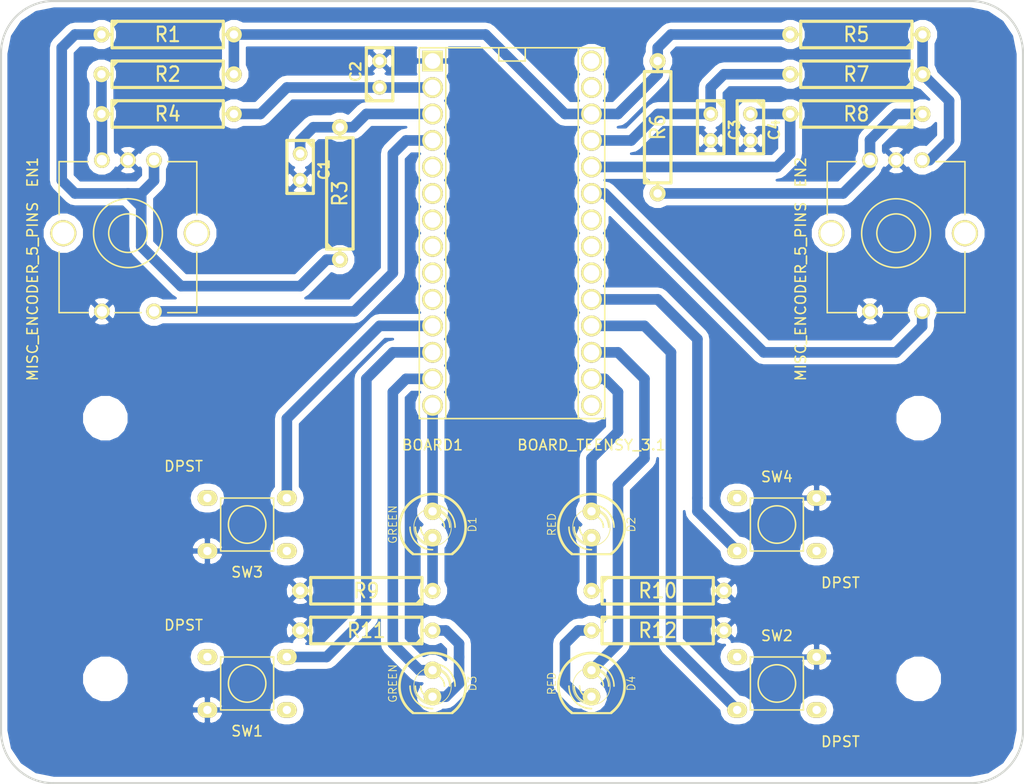
<source format=kicad_pcb>
(kicad_pcb (version 3) (host pcbnew "(2013-jul-07)-stable")

  (general
    (links 50)
    (no_connects 0)
    (area 96.763889 61.840999 205.496111 137.041001)
    (thickness 1.6)
    (drawings 17)
    (tracks 117)
    (zones 0)
    (modules 31)
    (nets 25)
  )

  (page A4)
  (title_block 
    (title Etch-a-sketch)
    (rev 0.1)
    (company BQ)
    (comment 1 "David Estévez")
  )

  (layers
    (15 F.Cu signal)
    (0 B.Cu signal)
    (16 B.Adhes user)
    (17 F.Adhes user)
    (18 B.Paste user)
    (19 F.Paste user)
    (20 B.SilkS user)
    (21 F.SilkS user)
    (22 B.Mask user)
    (23 F.Mask user)
    (24 Dwgs.User user)
    (25 Cmts.User user hide)
    (26 Eco1.User user)
    (27 Eco2.User user)
    (28 Edge.Cuts user)
  )

  (setup
    (last_trace_width 1.016)
    (trace_clearance 0.635)
    (zone_clearance 0.508)
    (zone_45_only no)
    (trace_min 0.254)
    (segment_width 0.2)
    (edge_width 0.15)
    (via_size 0.889)
    (via_drill 0.635)
    (via_min_size 0.889)
    (via_min_drill 0.508)
    (uvia_size 0.508)
    (uvia_drill 0.127)
    (uvias_allowed no)
    (uvia_min_size 0.508)
    (uvia_min_drill 0.127)
    (pcb_text_width 0.3)
    (pcb_text_size 1 1)
    (mod_edge_width 0.15)
    (mod_text_size 1 1)
    (mod_text_width 0.15)
    (pad_size 3 3)
    (pad_drill 3)
    (pad_to_mask_clearance 0)
    (aux_axis_origin 0 0)
    (visible_elements FFFFFFBF)
    (pcbplotparams
      (layerselection 1)
      (usegerberextensions false)
      (excludeedgelayer true)
      (linewidth 0.150000)
      (plotframeref false)
      (viasonmask false)
      (mode 1)
      (useauxorigin false)
      (hpglpennumber 1)
      (hpglpenspeed 20)
      (hpglpendiameter 15)
      (hpglpenoverlay 2)
      (psnegative false)
      (psa4output false)
      (plotreference true)
      (plotvalue true)
      (plotothertext true)
      (plotinvisibletext false)
      (padsonsilk false)
      (subtractmaskfromsilk false)
      (outputformat 1)
      (mirror false)
      (drillshape 0)
      (scaleselection 1)
      (outputdirectory gerber/))
  )

  (net 0 "")
  (net 1 /D0)
  (net 2 /D1)
  (net 3 /D10)
  (net 4 /D11)
  (net 5 /D12)
  (net 6 /D14)
  (net 7 /D15)
  (net 8 /D16)
  (net 9 /D17)
  (net 10 /D2)
  (net 11 /D21)
  (net 12 /D22)
  (net 13 /D23)
  (net 14 /D9)
  (net 15 GND)
  (net 16 N-0000010)
  (net 17 N-0000016)
  (net 18 N-0000017)
  (net 19 N-0000019)
  (net 20 N-0000041)
  (net 21 N-0000042)
  (net 22 N-0000043)
  (net 23 N-0000044)
  (net 24 VCC)

  (net_class Default "This is the default net class."
    (clearance 0.635)
    (trace_width 1.016)
    (via_dia 0.889)
    (via_drill 0.635)
    (uvia_dia 0.508)
    (uvia_drill 0.127)
    (add_net "")
    (add_net /D0)
    (add_net /D1)
    (add_net /D10)
    (add_net /D11)
    (add_net /D12)
    (add_net /D14)
    (add_net /D15)
    (add_net /D16)
    (add_net /D17)
    (add_net /D2)
    (add_net /D21)
    (add_net /D22)
    (add_net /D23)
    (add_net /D9)
    (add_net GND)
    (add_net N-0000010)
    (add_net N-0000016)
    (add_net N-0000017)
    (add_net N-0000019)
    (add_net N-0000041)
    (add_net N-0000042)
    (add_net N-0000043)
    (add_net N-0000044)
    (add_net VCC)
  )

  (module Switches-Push_switch_THD (layer F.Cu) (tedit 5513EE8F) (tstamp 551538A6)
    (at 175.641 112.141 180)
    (path /5512C03E)
    (fp_text reference SW4 (at 0 4.572 180) (layer F.SilkS)
      (effects (font (size 1 1) (thickness 0.15)))
    )
    (fp_text value DPST (at -6.096 -5.588 180) (layer F.SilkS)
      (effects (font (size 1 1) (thickness 0.15)))
    )
    (fp_line (start -2.54 -2.54) (end 2.54 -2.54) (layer F.SilkS) (width 0.15))
    (fp_line (start 2.54 -2.54) (end 2.54 2.54) (layer F.SilkS) (width 0.15))
    (fp_line (start 2.54 2.54) (end -2.54 2.54) (layer F.SilkS) (width 0.15))
    (fp_line (start -2.54 2.54) (end -2.54 -2.54) (layer F.SilkS) (width 0.15))
    (fp_circle (center 0 0) (end -1.27 -1.27) (layer F.SilkS) (width 0.15))
    (pad 2 thru_hole oval (at -3.81 2.54 180) (size 1.9 1.5) (drill 0.8)
      (layers *.Cu *.Mask F.SilkS)
      (net 15 GND)
    )
    (pad 1 thru_hole oval (at -3.81 -2.54 180) (size 1.9 1.5) (drill 0.8)
      (layers *.Cu *.Mask F.SilkS)
    )
    (pad 4 thru_hole oval (at 3.81 2.54 180) (size 1.9 1.5) (drill 0.8)
      (layers *.Cu *.Mask F.SilkS)
    )
    (pad 3 thru_hole oval (at 3.81 -2.54 180) (size 1.9 1.5) (drill 0.8)
      (layers *.Cu *.Mask F.SilkS)
      (net 9 /D17)
    )
  )

  (module Switches-Push_switch_THD (layer F.Cu) (tedit 5513EE8F) (tstamp 551538B3)
    (at 124.841 112.141)
    (path /5512C038)
    (fp_text reference SW3 (at 0 4.572) (layer F.SilkS)
      (effects (font (size 1 1) (thickness 0.15)))
    )
    (fp_text value DPST (at -6.096 -5.588) (layer F.SilkS)
      (effects (font (size 1 1) (thickness 0.15)))
    )
    (fp_line (start -2.54 -2.54) (end 2.54 -2.54) (layer F.SilkS) (width 0.15))
    (fp_line (start 2.54 -2.54) (end 2.54 2.54) (layer F.SilkS) (width 0.15))
    (fp_line (start 2.54 2.54) (end -2.54 2.54) (layer F.SilkS) (width 0.15))
    (fp_line (start -2.54 2.54) (end -2.54 -2.54) (layer F.SilkS) (width 0.15))
    (fp_circle (center 0 0) (end -1.27 -1.27) (layer F.SilkS) (width 0.15))
    (pad 2 thru_hole oval (at -3.81 2.54) (size 1.9 1.5) (drill 0.8)
      (layers *.Cu *.Mask F.SilkS)
      (net 15 GND)
    )
    (pad 1 thru_hole oval (at -3.81 -2.54) (size 1.9 1.5) (drill 0.8)
      (layers *.Cu *.Mask F.SilkS)
    )
    (pad 4 thru_hole oval (at 3.81 2.54) (size 1.9 1.5) (drill 0.8)
      (layers *.Cu *.Mask F.SilkS)
    )
    (pad 3 thru_hole oval (at 3.81 -2.54) (size 1.9 1.5) (drill 0.8)
      (layers *.Cu *.Mask F.SilkS)
      (net 14 /D9)
    )
  )

  (module Switches-Push_switch_THD (layer F.Cu) (tedit 5513EE8F) (tstamp 551538C0)
    (at 175.641 127.381 180)
    (path /5512C032)
    (fp_text reference SW2 (at 0 4.572 180) (layer F.SilkS)
      (effects (font (size 1 1) (thickness 0.15)))
    )
    (fp_text value DPST (at -6.096 -5.588 180) (layer F.SilkS)
      (effects (font (size 1 1) (thickness 0.15)))
    )
    (fp_line (start -2.54 -2.54) (end 2.54 -2.54) (layer F.SilkS) (width 0.15))
    (fp_line (start 2.54 -2.54) (end 2.54 2.54) (layer F.SilkS) (width 0.15))
    (fp_line (start 2.54 2.54) (end -2.54 2.54) (layer F.SilkS) (width 0.15))
    (fp_line (start -2.54 2.54) (end -2.54 -2.54) (layer F.SilkS) (width 0.15))
    (fp_circle (center 0 0) (end -1.27 -1.27) (layer F.SilkS) (width 0.15))
    (pad 2 thru_hole oval (at -3.81 2.54 180) (size 1.9 1.5) (drill 0.8)
      (layers *.Cu *.Mask F.SilkS)
      (net 15 GND)
    )
    (pad 1 thru_hole oval (at -3.81 -2.54 180) (size 1.9 1.5) (drill 0.8)
      (layers *.Cu *.Mask F.SilkS)
    )
    (pad 4 thru_hole oval (at 3.81 2.54 180) (size 1.9 1.5) (drill 0.8)
      (layers *.Cu *.Mask F.SilkS)
    )
    (pad 3 thru_hole oval (at 3.81 -2.54 180) (size 1.9 1.5) (drill 0.8)
      (layers *.Cu *.Mask F.SilkS)
      (net 8 /D16)
    )
  )

  (module Switches-Push_switch_THD (layer F.Cu) (tedit 5513EE8F) (tstamp 551538CD)
    (at 124.841 127.381)
    (path /5512C025)
    (fp_text reference SW1 (at 0 4.572) (layer F.SilkS)
      (effects (font (size 1 1) (thickness 0.15)))
    )
    (fp_text value DPST (at -6.096 -5.588) (layer F.SilkS)
      (effects (font (size 1 1) (thickness 0.15)))
    )
    (fp_line (start -2.54 -2.54) (end 2.54 -2.54) (layer F.SilkS) (width 0.15))
    (fp_line (start 2.54 -2.54) (end 2.54 2.54) (layer F.SilkS) (width 0.15))
    (fp_line (start 2.54 2.54) (end -2.54 2.54) (layer F.SilkS) (width 0.15))
    (fp_line (start -2.54 2.54) (end -2.54 -2.54) (layer F.SilkS) (width 0.15))
    (fp_circle (center 0 0) (end -1.27 -1.27) (layer F.SilkS) (width 0.15))
    (pad 2 thru_hole oval (at -3.81 2.54) (size 1.9 1.5) (drill 0.8)
      (layers *.Cu *.Mask F.SilkS)
      (net 15 GND)
    )
    (pad 1 thru_hole oval (at -3.81 -2.54) (size 1.9 1.5) (drill 0.8)
      (layers *.Cu *.Mask F.SilkS)
    )
    (pad 4 thru_hole oval (at 3.81 2.54) (size 1.9 1.5) (drill 0.8)
      (layers *.Cu *.Mask F.SilkS)
    )
    (pad 3 thru_hole oval (at 3.81 -2.54) (size 1.9 1.5) (drill 0.8)
      (layers *.Cu *.Mask F.SilkS)
      (net 3 /D10)
    )
  )

  (module R5 (layer F.Cu) (tedit 200000) (tstamp 551538DA)
    (at 183.261 68.961 180)
    (descr "Resistance 5 pas")
    (tags R)
    (path /5512B647)
    (autoplace_cost180 10)
    (fp_text reference R7 (at 0 0 180) (layer F.SilkS)
      (effects (font (size 1.397 1.27) (thickness 0.2032)))
    )
    (fp_text value R (at 0 0 180) (layer F.SilkS) hide
      (effects (font (size 1.397 1.27) (thickness 0.2032)))
    )
    (fp_line (start -6.35 0) (end -5.334 0) (layer F.SilkS) (width 0.3048))
    (fp_line (start 6.35 0) (end 5.334 0) (layer F.SilkS) (width 0.3048))
    (fp_line (start 5.334 -1.27) (end 5.334 1.27) (layer F.SilkS) (width 0.3048))
    (fp_line (start 5.334 1.27) (end -5.334 1.27) (layer F.SilkS) (width 0.3048))
    (fp_line (start -5.334 1.27) (end -5.334 -1.27) (layer F.SilkS) (width 0.3048))
    (fp_line (start -5.334 -1.27) (end 5.334 -1.27) (layer F.SilkS) (width 0.3048))
    (fp_line (start -5.334 -0.762) (end -4.826 -1.27) (layer F.SilkS) (width 0.3048))
    (pad 1 thru_hole circle (at -6.35 0 180) (size 1.524 1.524) (drill 0.8128)
      (layers *.Cu *.Mask F.SilkS)
      (net 23 N-0000044)
    )
    (pad 2 thru_hole circle (at 6.35 0 180) (size 1.524 1.524) (drill 0.8128)
      (layers *.Cu *.Mask F.SilkS)
      (net 13 /D23)
    )
    (model discret/resistor.wrl
      (at (xyz 0 0 0))
      (scale (xyz 0.5 0.5 0.5))
      (rotate (xyz 0 0 0))
    )
  )

  (module R5 (layer F.Cu) (tedit 200000) (tstamp 551538E7)
    (at 164.211 122.301)
    (descr "Resistance 5 pas")
    (tags R)
    (path /5512B8E7)
    (autoplace_cost180 10)
    (fp_text reference R12 (at 0 0) (layer F.SilkS)
      (effects (font (size 1.397 1.27) (thickness 0.2032)))
    )
    (fp_text value R (at 0 0) (layer F.SilkS) hide
      (effects (font (size 1.397 1.27) (thickness 0.2032)))
    )
    (fp_line (start -6.35 0) (end -5.334 0) (layer F.SilkS) (width 0.3048))
    (fp_line (start 6.35 0) (end 5.334 0) (layer F.SilkS) (width 0.3048))
    (fp_line (start 5.334 -1.27) (end 5.334 1.27) (layer F.SilkS) (width 0.3048))
    (fp_line (start 5.334 1.27) (end -5.334 1.27) (layer F.SilkS) (width 0.3048))
    (fp_line (start -5.334 1.27) (end -5.334 -1.27) (layer F.SilkS) (width 0.3048))
    (fp_line (start -5.334 -1.27) (end 5.334 -1.27) (layer F.SilkS) (width 0.3048))
    (fp_line (start -5.334 -0.762) (end -4.826 -1.27) (layer F.SilkS) (width 0.3048))
    (pad 1 thru_hole circle (at -6.35 0) (size 1.524 1.524) (drill 0.8128)
      (layers *.Cu *.Mask F.SilkS)
      (net 18 N-0000017)
    )
    (pad 2 thru_hole circle (at 6.35 0) (size 1.524 1.524) (drill 0.8128)
      (layers *.Cu *.Mask F.SilkS)
      (net 15 GND)
    )
    (model discret/resistor.wrl
      (at (xyz 0 0 0))
      (scale (xyz 0.5 0.5 0.5))
      (rotate (xyz 0 0 0))
    )
  )

  (module R5 (layer F.Cu) (tedit 200000) (tstamp 551538F4)
    (at 136.271 122.301 180)
    (descr "Resistance 5 pas")
    (tags R)
    (path /5512B8DA)
    (autoplace_cost180 10)
    (fp_text reference R11 (at 0 0 180) (layer F.SilkS)
      (effects (font (size 1.397 1.27) (thickness 0.2032)))
    )
    (fp_text value R (at 0 0 180) (layer F.SilkS) hide
      (effects (font (size 1.397 1.27) (thickness 0.2032)))
    )
    (fp_line (start -6.35 0) (end -5.334 0) (layer F.SilkS) (width 0.3048))
    (fp_line (start 6.35 0) (end 5.334 0) (layer F.SilkS) (width 0.3048))
    (fp_line (start 5.334 -1.27) (end 5.334 1.27) (layer F.SilkS) (width 0.3048))
    (fp_line (start 5.334 1.27) (end -5.334 1.27) (layer F.SilkS) (width 0.3048))
    (fp_line (start -5.334 1.27) (end -5.334 -1.27) (layer F.SilkS) (width 0.3048))
    (fp_line (start -5.334 -1.27) (end 5.334 -1.27) (layer F.SilkS) (width 0.3048))
    (fp_line (start -5.334 -0.762) (end -4.826 -1.27) (layer F.SilkS) (width 0.3048))
    (pad 1 thru_hole circle (at -6.35 0 180) (size 1.524 1.524) (drill 0.8128)
      (layers *.Cu *.Mask F.SilkS)
      (net 17 N-0000016)
    )
    (pad 2 thru_hole circle (at 6.35 0 180) (size 1.524 1.524) (drill 0.8128)
      (layers *.Cu *.Mask F.SilkS)
      (net 15 GND)
    )
    (model discret/resistor.wrl
      (at (xyz 0 0 0))
      (scale (xyz 0.5 0.5 0.5))
      (rotate (xyz 0 0 0))
    )
  )

  (module R5 (layer F.Cu) (tedit 200000) (tstamp 55153901)
    (at 164.211 118.491)
    (descr "Resistance 5 pas")
    (tags R)
    (path /5512B8CD)
    (autoplace_cost180 10)
    (fp_text reference R10 (at 0 0) (layer F.SilkS)
      (effects (font (size 1.397 1.27) (thickness 0.2032)))
    )
    (fp_text value R (at 0 0) (layer F.SilkS) hide
      (effects (font (size 1.397 1.27) (thickness 0.2032)))
    )
    (fp_line (start -6.35 0) (end -5.334 0) (layer F.SilkS) (width 0.3048))
    (fp_line (start 6.35 0) (end 5.334 0) (layer F.SilkS) (width 0.3048))
    (fp_line (start 5.334 -1.27) (end 5.334 1.27) (layer F.SilkS) (width 0.3048))
    (fp_line (start 5.334 1.27) (end -5.334 1.27) (layer F.SilkS) (width 0.3048))
    (fp_line (start -5.334 1.27) (end -5.334 -1.27) (layer F.SilkS) (width 0.3048))
    (fp_line (start -5.334 -1.27) (end 5.334 -1.27) (layer F.SilkS) (width 0.3048))
    (fp_line (start -5.334 -0.762) (end -4.826 -1.27) (layer F.SilkS) (width 0.3048))
    (pad 1 thru_hole circle (at -6.35 0) (size 1.524 1.524) (drill 0.8128)
      (layers *.Cu *.Mask F.SilkS)
      (net 19 N-0000019)
    )
    (pad 2 thru_hole circle (at 6.35 0) (size 1.524 1.524) (drill 0.8128)
      (layers *.Cu *.Mask F.SilkS)
      (net 15 GND)
    )
    (model discret/resistor.wrl
      (at (xyz 0 0 0))
      (scale (xyz 0.5 0.5 0.5))
      (rotate (xyz 0 0 0))
    )
  )

  (module R5 (layer F.Cu) (tedit 200000) (tstamp 5515390E)
    (at 136.271 118.491 180)
    (descr "Resistance 5 pas")
    (tags R)
    (path /5512B885)
    (autoplace_cost180 10)
    (fp_text reference R9 (at 0 0 180) (layer F.SilkS)
      (effects (font (size 1.397 1.27) (thickness 0.2032)))
    )
    (fp_text value R (at 0 0 180) (layer F.SilkS) hide
      (effects (font (size 1.397 1.27) (thickness 0.2032)))
    )
    (fp_line (start -6.35 0) (end -5.334 0) (layer F.SilkS) (width 0.3048))
    (fp_line (start 6.35 0) (end 5.334 0) (layer F.SilkS) (width 0.3048))
    (fp_line (start 5.334 -1.27) (end 5.334 1.27) (layer F.SilkS) (width 0.3048))
    (fp_line (start 5.334 1.27) (end -5.334 1.27) (layer F.SilkS) (width 0.3048))
    (fp_line (start -5.334 1.27) (end -5.334 -1.27) (layer F.SilkS) (width 0.3048))
    (fp_line (start -5.334 -1.27) (end 5.334 -1.27) (layer F.SilkS) (width 0.3048))
    (fp_line (start -5.334 -0.762) (end -4.826 -1.27) (layer F.SilkS) (width 0.3048))
    (pad 1 thru_hole circle (at -6.35 0 180) (size 1.524 1.524) (drill 0.8128)
      (layers *.Cu *.Mask F.SilkS)
      (net 16 N-0000010)
    )
    (pad 2 thru_hole circle (at 6.35 0 180) (size 1.524 1.524) (drill 0.8128)
      (layers *.Cu *.Mask F.SilkS)
      (net 15 GND)
    )
    (model discret/resistor.wrl
      (at (xyz 0 0 0))
      (scale (xyz 0.5 0.5 0.5))
      (rotate (xyz 0 0 0))
    )
  )

  (module R5 (layer F.Cu) (tedit 200000) (tstamp 5515391B)
    (at 183.261 65.151 180)
    (descr "Resistance 5 pas")
    (tags R)
    (path /5512B64D)
    (autoplace_cost180 10)
    (fp_text reference R5 (at 0 0 180) (layer F.SilkS)
      (effects (font (size 1.397 1.27) (thickness 0.2032)))
    )
    (fp_text value R (at 0 0 180) (layer F.SilkS) hide
      (effects (font (size 1.397 1.27) (thickness 0.2032)))
    )
    (fp_line (start -6.35 0) (end -5.334 0) (layer F.SilkS) (width 0.3048))
    (fp_line (start 6.35 0) (end 5.334 0) (layer F.SilkS) (width 0.3048))
    (fp_line (start 5.334 -1.27) (end 5.334 1.27) (layer F.SilkS) (width 0.3048))
    (fp_line (start 5.334 1.27) (end -5.334 1.27) (layer F.SilkS) (width 0.3048))
    (fp_line (start -5.334 1.27) (end -5.334 -1.27) (layer F.SilkS) (width 0.3048))
    (fp_line (start -5.334 -1.27) (end 5.334 -1.27) (layer F.SilkS) (width 0.3048))
    (fp_line (start -5.334 -0.762) (end -4.826 -1.27) (layer F.SilkS) (width 0.3048))
    (pad 1 thru_hole circle (at -6.35 0 180) (size 1.524 1.524) (drill 0.8128)
      (layers *.Cu *.Mask F.SilkS)
      (net 23 N-0000044)
    )
    (pad 2 thru_hole circle (at 6.35 0 180) (size 1.524 1.524) (drill 0.8128)
      (layers *.Cu *.Mask F.SilkS)
      (net 24 VCC)
    )
    (model discret/resistor.wrl
      (at (xyz 0 0 0))
      (scale (xyz 0.5 0.5 0.5))
      (rotate (xyz 0 0 0))
    )
  )

  (module R5 (layer F.Cu) (tedit 200000) (tstamp 55153928)
    (at 164.211 74.041 90)
    (descr "Resistance 5 pas")
    (tags R)
    (path /5512B627)
    (autoplace_cost180 10)
    (fp_text reference R6 (at 0 0 90) (layer F.SilkS)
      (effects (font (size 1.397 1.27) (thickness 0.2032)))
    )
    (fp_text value R (at 0 0 90) (layer F.SilkS) hide
      (effects (font (size 1.397 1.27) (thickness 0.2032)))
    )
    (fp_line (start -6.35 0) (end -5.334 0) (layer F.SilkS) (width 0.3048))
    (fp_line (start 6.35 0) (end 5.334 0) (layer F.SilkS) (width 0.3048))
    (fp_line (start 5.334 -1.27) (end 5.334 1.27) (layer F.SilkS) (width 0.3048))
    (fp_line (start 5.334 1.27) (end -5.334 1.27) (layer F.SilkS) (width 0.3048))
    (fp_line (start -5.334 1.27) (end -5.334 -1.27) (layer F.SilkS) (width 0.3048))
    (fp_line (start -5.334 -1.27) (end 5.334 -1.27) (layer F.SilkS) (width 0.3048))
    (fp_line (start -5.334 -0.762) (end -4.826 -1.27) (layer F.SilkS) (width 0.3048))
    (pad 1 thru_hole circle (at -6.35 0 90) (size 1.524 1.524) (drill 0.8128)
      (layers *.Cu *.Mask F.SilkS)
      (net 22 N-0000043)
    )
    (pad 2 thru_hole circle (at 6.35 0 90) (size 1.524 1.524) (drill 0.8128)
      (layers *.Cu *.Mask F.SilkS)
      (net 24 VCC)
    )
    (model discret/resistor.wrl
      (at (xyz 0 0 0))
      (scale (xyz 0.5 0.5 0.5))
      (rotate (xyz 0 0 0))
    )
  )

  (module R5 (layer F.Cu) (tedit 200000) (tstamp 55153935)
    (at 183.261 72.771 180)
    (descr "Resistance 5 pas")
    (tags R)
    (path /5512B621)
    (autoplace_cost180 10)
    (fp_text reference R8 (at 0 0 180) (layer F.SilkS)
      (effects (font (size 1.397 1.27) (thickness 0.2032)))
    )
    (fp_text value R (at 0 0 180) (layer F.SilkS) hide
      (effects (font (size 1.397 1.27) (thickness 0.2032)))
    )
    (fp_line (start -6.35 0) (end -5.334 0) (layer F.SilkS) (width 0.3048))
    (fp_line (start 6.35 0) (end 5.334 0) (layer F.SilkS) (width 0.3048))
    (fp_line (start 5.334 -1.27) (end 5.334 1.27) (layer F.SilkS) (width 0.3048))
    (fp_line (start 5.334 1.27) (end -5.334 1.27) (layer F.SilkS) (width 0.3048))
    (fp_line (start -5.334 1.27) (end -5.334 -1.27) (layer F.SilkS) (width 0.3048))
    (fp_line (start -5.334 -1.27) (end 5.334 -1.27) (layer F.SilkS) (width 0.3048))
    (fp_line (start -5.334 -0.762) (end -4.826 -1.27) (layer F.SilkS) (width 0.3048))
    (pad 1 thru_hole circle (at -6.35 0 180) (size 1.524 1.524) (drill 0.8128)
      (layers *.Cu *.Mask F.SilkS)
      (net 22 N-0000043)
    )
    (pad 2 thru_hole circle (at 6.35 0 180) (size 1.524 1.524) (drill 0.8128)
      (layers *.Cu *.Mask F.SilkS)
      (net 12 /D22)
    )
    (model discret/resistor.wrl
      (at (xyz 0 0 0))
      (scale (xyz 0.5 0.5 0.5))
      (rotate (xyz 0 0 0))
    )
  )

  (module R5 (layer F.Cu) (tedit 200000) (tstamp 55153942)
    (at 117.221 65.151)
    (descr "Resistance 5 pas")
    (tags R)
    (path /5512B423)
    (autoplace_cost180 10)
    (fp_text reference R1 (at 0 0) (layer F.SilkS)
      (effects (font (size 1.397 1.27) (thickness 0.2032)))
    )
    (fp_text value R (at 0 0) (layer F.SilkS) hide
      (effects (font (size 1.397 1.27) (thickness 0.2032)))
    )
    (fp_line (start -6.35 0) (end -5.334 0) (layer F.SilkS) (width 0.3048))
    (fp_line (start 6.35 0) (end 5.334 0) (layer F.SilkS) (width 0.3048))
    (fp_line (start 5.334 -1.27) (end 5.334 1.27) (layer F.SilkS) (width 0.3048))
    (fp_line (start 5.334 1.27) (end -5.334 1.27) (layer F.SilkS) (width 0.3048))
    (fp_line (start -5.334 1.27) (end -5.334 -1.27) (layer F.SilkS) (width 0.3048))
    (fp_line (start -5.334 -1.27) (end 5.334 -1.27) (layer F.SilkS) (width 0.3048))
    (fp_line (start -5.334 -0.762) (end -4.826 -1.27) (layer F.SilkS) (width 0.3048))
    (pad 1 thru_hole circle (at -6.35 0) (size 1.524 1.524) (drill 0.8128)
      (layers *.Cu *.Mask F.SilkS)
      (net 21 N-0000042)
    )
    (pad 2 thru_hole circle (at 6.35 0) (size 1.524 1.524) (drill 0.8128)
      (layers *.Cu *.Mask F.SilkS)
      (net 24 VCC)
    )
    (model discret/resistor.wrl
      (at (xyz 0 0 0))
      (scale (xyz 0.5 0.5 0.5))
      (rotate (xyz 0 0 0))
    )
  )

  (module R5 (layer F.Cu) (tedit 200000) (tstamp 5515394F)
    (at 133.731 80.391 90)
    (descr "Resistance 5 pas")
    (tags R)
    (path /5512B41D)
    (autoplace_cost180 10)
    (fp_text reference R3 (at 0 0 90) (layer F.SilkS)
      (effects (font (size 1.397 1.27) (thickness 0.2032)))
    )
    (fp_text value R (at 0 0 90) (layer F.SilkS) hide
      (effects (font (size 1.397 1.27) (thickness 0.2032)))
    )
    (fp_line (start -6.35 0) (end -5.334 0) (layer F.SilkS) (width 0.3048))
    (fp_line (start 6.35 0) (end 5.334 0) (layer F.SilkS) (width 0.3048))
    (fp_line (start 5.334 -1.27) (end 5.334 1.27) (layer F.SilkS) (width 0.3048))
    (fp_line (start 5.334 1.27) (end -5.334 1.27) (layer F.SilkS) (width 0.3048))
    (fp_line (start -5.334 1.27) (end -5.334 -1.27) (layer F.SilkS) (width 0.3048))
    (fp_line (start -5.334 -1.27) (end 5.334 -1.27) (layer F.SilkS) (width 0.3048))
    (fp_line (start -5.334 -0.762) (end -4.826 -1.27) (layer F.SilkS) (width 0.3048))
    (pad 1 thru_hole circle (at -6.35 0 90) (size 1.524 1.524) (drill 0.8128)
      (layers *.Cu *.Mask F.SilkS)
      (net 21 N-0000042)
    )
    (pad 2 thru_hole circle (at 6.35 0 90) (size 1.524 1.524) (drill 0.8128)
      (layers *.Cu *.Mask F.SilkS)
      (net 2 /D1)
    )
    (model discret/resistor.wrl
      (at (xyz 0 0 0))
      (scale (xyz 0.5 0.5 0.5))
      (rotate (xyz 0 0 0))
    )
  )

  (module R5 (layer F.Cu) (tedit 200000) (tstamp 5515395C)
    (at 117.221 68.961)
    (descr "Resistance 5 pas")
    (tags R)
    (path /5512B35F)
    (autoplace_cost180 10)
    (fp_text reference R2 (at 0 0) (layer F.SilkS)
      (effects (font (size 1.397 1.27) (thickness 0.2032)))
    )
    (fp_text value R (at 0 0) (layer F.SilkS) hide
      (effects (font (size 1.397 1.27) (thickness 0.2032)))
    )
    (fp_line (start -6.35 0) (end -5.334 0) (layer F.SilkS) (width 0.3048))
    (fp_line (start 6.35 0) (end 5.334 0) (layer F.SilkS) (width 0.3048))
    (fp_line (start 5.334 -1.27) (end 5.334 1.27) (layer F.SilkS) (width 0.3048))
    (fp_line (start 5.334 1.27) (end -5.334 1.27) (layer F.SilkS) (width 0.3048))
    (fp_line (start -5.334 1.27) (end -5.334 -1.27) (layer F.SilkS) (width 0.3048))
    (fp_line (start -5.334 -1.27) (end 5.334 -1.27) (layer F.SilkS) (width 0.3048))
    (fp_line (start -5.334 -0.762) (end -4.826 -1.27) (layer F.SilkS) (width 0.3048))
    (pad 1 thru_hole circle (at -6.35 0) (size 1.524 1.524) (drill 0.8128)
      (layers *.Cu *.Mask F.SilkS)
      (net 20 N-0000041)
    )
    (pad 2 thru_hole circle (at 6.35 0) (size 1.524 1.524) (drill 0.8128)
      (layers *.Cu *.Mask F.SilkS)
      (net 24 VCC)
    )
    (model discret/resistor.wrl
      (at (xyz 0 0 0))
      (scale (xyz 0.5 0.5 0.5))
      (rotate (xyz 0 0 0))
    )
  )

  (module R5 (layer F.Cu) (tedit 200000) (tstamp 55153969)
    (at 117.221 72.771)
    (descr "Resistance 5 pas")
    (tags R)
    (path /5512B352)
    (autoplace_cost180 10)
    (fp_text reference R4 (at 0 0) (layer F.SilkS)
      (effects (font (size 1.397 1.27) (thickness 0.2032)))
    )
    (fp_text value R (at 0 0) (layer F.SilkS) hide
      (effects (font (size 1.397 1.27) (thickness 0.2032)))
    )
    (fp_line (start -6.35 0) (end -5.334 0) (layer F.SilkS) (width 0.3048))
    (fp_line (start 6.35 0) (end 5.334 0) (layer F.SilkS) (width 0.3048))
    (fp_line (start 5.334 -1.27) (end 5.334 1.27) (layer F.SilkS) (width 0.3048))
    (fp_line (start 5.334 1.27) (end -5.334 1.27) (layer F.SilkS) (width 0.3048))
    (fp_line (start -5.334 1.27) (end -5.334 -1.27) (layer F.SilkS) (width 0.3048))
    (fp_line (start -5.334 -1.27) (end 5.334 -1.27) (layer F.SilkS) (width 0.3048))
    (fp_line (start -5.334 -0.762) (end -4.826 -1.27) (layer F.SilkS) (width 0.3048))
    (pad 1 thru_hole circle (at -6.35 0) (size 1.524 1.524) (drill 0.8128)
      (layers *.Cu *.Mask F.SilkS)
      (net 20 N-0000041)
    )
    (pad 2 thru_hole circle (at 6.35 0) (size 1.524 1.524) (drill 0.8128)
      (layers *.Cu *.Mask F.SilkS)
      (net 1 /D0)
    )
    (model discret/resistor.wrl
      (at (xyz 0 0 0))
      (scale (xyz 0.5 0.5 0.5))
      (rotate (xyz 0 0 0))
    )
  )

  (module MISC_ENCODER_5_PINS (layer F.Cu) (tedit 5509BB2E) (tstamp 5515397F)
    (at 187.071 84.201 270)
    (path /5512B615)
    (fp_text reference EN2 (at -5.842 9.144 270) (layer F.SilkS)
      (effects (font (size 1 1) (thickness 0.15)))
    )
    (fp_text value MISC_ENCODER_5_PINS (at 5.588 9.144 270) (layer F.SilkS)
      (effects (font (size 1 1) (thickness 0.15)))
    )
    (fp_line (start 7.62 -6.604) (end 7.62 -3.81) (layer F.SilkS) (width 0.15))
    (fp_line (start 7.62 1.27) (end 7.62 -1.27) (layer F.SilkS) (width 0.15))
    (fp_line (start 7.62 3.81) (end 7.62 6.604) (layer F.SilkS) (width 0.15))
    (fp_line (start -6.858 6.604) (end -1.778 6.604) (layer F.SilkS) (width 0.15))
    (fp_line (start -6.858 3.81) (end -6.858 6.604) (layer F.SilkS) (width 0.15))
    (fp_line (start -6.858 -6.604) (end -6.858 -3.81) (layer F.SilkS) (width 0.15))
    (fp_circle (center 0 0) (end -0.508 -1.778) (layer F.SilkS) (width 0.15))
    (fp_circle (center 0 0) (end -1.27 -3.048) (layer F.SilkS) (width 0.15))
    (fp_line (start 7.62 6.604) (end 1.778 6.604) (layer F.SilkS) (width 0.15))
    (fp_line (start 1.778 -6.604) (end 7.62 -6.604) (layer F.SilkS) (width 0.15))
    (fp_line (start -6.858 -6.604) (end -1.778 -6.604) (layer F.SilkS) (width 0.15))
    (pad 1 thru_hole circle (at -7 -2.5 270) (size 1.5 1.5) (drill 1)
      (layers *.Cu *.Mask F.SilkS)
      (net 23 N-0000044)
    )
    (pad 2 thru_hole circle (at -7 0 270) (size 1.5 1.5) (drill 1)
      (layers *.Cu *.Mask F.SilkS)
      (net 15 GND)
    )
    (pad 3 thru_hole circle (at -7 2.5 270) (size 1.5 1.5) (drill 1)
      (layers *.Cu *.Mask F.SilkS)
      (net 22 N-0000043)
    )
    (pad 4 thru_hole circle (at 7.5 -2.5 270) (size 1.5 1.5) (drill 1)
      (layers *.Cu *.Mask F.SilkS)
      (net 11 /D21)
    )
    (pad 5 thru_hole circle (at 7.5 2.5 270) (size 1.5 1.5) (drill 1)
      (layers *.Cu *.Mask F.SilkS)
      (net 15 GND)
    )
    (pad "" np_thru_hole circle (at 0 -6.6 270) (size 2.5 2.5) (drill 2.1)
      (layers *.Cu *.Mask F.SilkS)
    )
    (pad "" np_thru_hole circle (at 0 6.2 270) (size 2.5 2.5) (drill 2.1)
      (layers *.Cu *.Mask F.SilkS)
    )
  )

  (module MISC_ENCODER_5_PINS (layer F.Cu) (tedit 5509BB2E) (tstamp 55153995)
    (at 113.411 84.201 270)
    (path /5512B2F8)
    (fp_text reference EN1 (at -5.842 9.144 270) (layer F.SilkS)
      (effects (font (size 1 1) (thickness 0.15)))
    )
    (fp_text value MISC_ENCODER_5_PINS (at 5.588 9.144 270) (layer F.SilkS)
      (effects (font (size 1 1) (thickness 0.15)))
    )
    (fp_line (start 7.62 -6.604) (end 7.62 -3.81) (layer F.SilkS) (width 0.15))
    (fp_line (start 7.62 1.27) (end 7.62 -1.27) (layer F.SilkS) (width 0.15))
    (fp_line (start 7.62 3.81) (end 7.62 6.604) (layer F.SilkS) (width 0.15))
    (fp_line (start -6.858 6.604) (end -1.778 6.604) (layer F.SilkS) (width 0.15))
    (fp_line (start -6.858 3.81) (end -6.858 6.604) (layer F.SilkS) (width 0.15))
    (fp_line (start -6.858 -6.604) (end -6.858 -3.81) (layer F.SilkS) (width 0.15))
    (fp_circle (center 0 0) (end -0.508 -1.778) (layer F.SilkS) (width 0.15))
    (fp_circle (center 0 0) (end -1.27 -3.048) (layer F.SilkS) (width 0.15))
    (fp_line (start 7.62 6.604) (end 1.778 6.604) (layer F.SilkS) (width 0.15))
    (fp_line (start 1.778 -6.604) (end 7.62 -6.604) (layer F.SilkS) (width 0.15))
    (fp_line (start -6.858 -6.604) (end -1.778 -6.604) (layer F.SilkS) (width 0.15))
    (pad 1 thru_hole circle (at -7 -2.5 270) (size 1.5 1.5) (drill 1)
      (layers *.Cu *.Mask F.SilkS)
      (net 21 N-0000042)
    )
    (pad 2 thru_hole circle (at -7 0 270) (size 1.5 1.5) (drill 1)
      (layers *.Cu *.Mask F.SilkS)
      (net 15 GND)
    )
    (pad 3 thru_hole circle (at -7 2.5 270) (size 1.5 1.5) (drill 1)
      (layers *.Cu *.Mask F.SilkS)
      (net 20 N-0000041)
    )
    (pad 4 thru_hole circle (at 7.5 -2.5 270) (size 1.5 1.5) (drill 1)
      (layers *.Cu *.Mask F.SilkS)
      (net 10 /D2)
    )
    (pad 5 thru_hole circle (at 7.5 2.5 270) (size 1.5 1.5) (drill 1)
      (layers *.Cu *.Mask F.SilkS)
      (net 15 GND)
    )
    (pad "" np_thru_hole circle (at 0 -6.6 270) (size 2.5 2.5) (drill 2.1)
      (layers *.Cu *.Mask F.SilkS)
    )
    (pad "" np_thru_hole circle (at 0 6.2 270) (size 2.5 2.5) (drill 2.1)
      (layers *.Cu *.Mask F.SilkS)
    )
  )

  (module LED-5MM (layer F.Cu) (tedit 50ADE86B) (tstamp 551539A4)
    (at 142.621 112.141 270)
    (descr "LED 5mm - Lead pitch 100mil (2,54mm)")
    (tags "LED led 5mm 5MM 100mil 2,54mm")
    (path /5512B876)
    (fp_text reference D1 (at 0 -3.81 270) (layer F.SilkS)
      (effects (font (size 0.762 0.762) (thickness 0.0889)))
    )
    (fp_text value GREEN (at 0 3.81 270) (layer F.SilkS)
      (effects (font (size 0.762 0.762) (thickness 0.0889)))
    )
    (fp_line (start 2.8448 1.905) (end 2.8448 -1.905) (layer F.SilkS) (width 0.2032))
    (fp_circle (center 0.254 0) (end -1.016 1.27) (layer F.SilkS) (width 0.0762))
    (fp_arc (start 0.254 0) (end 2.794 1.905) (angle 286.2) (layer F.SilkS) (width 0.254))
    (fp_arc (start 0.254 0) (end -0.889 0) (angle 90) (layer F.SilkS) (width 0.1524))
    (fp_arc (start 0.254 0) (end 1.397 0) (angle 90) (layer F.SilkS) (width 0.1524))
    (fp_arc (start 0.254 0) (end -1.397 0) (angle 90) (layer F.SilkS) (width 0.1524))
    (fp_arc (start 0.254 0) (end 1.905 0) (angle 90) (layer F.SilkS) (width 0.1524))
    (fp_arc (start 0.254 0) (end -1.905 0) (angle 90) (layer F.SilkS) (width 0.1524))
    (fp_arc (start 0.254 0) (end 2.413 0) (angle 90) (layer F.SilkS) (width 0.1524))
    (pad 1 thru_hole circle (at -1.27 0 270) (size 1.6764 1.6764) (drill 0.8128)
      (layers *.Cu *.Mask F.SilkS)
      (net 5 /D12)
    )
    (pad 2 thru_hole circle (at 1.27 0 270) (size 1.6764 1.6764) (drill 0.8128)
      (layers *.Cu *.Mask F.SilkS)
      (net 16 N-0000010)
    )
    (model discret/leds/led5_vertical_verde.wrl
      (at (xyz 0 0 0))
      (scale (xyz 1 1 1))
      (rotate (xyz 0 0 0))
    )
  )

  (module LED-5MM (layer F.Cu) (tedit 50ADE86B) (tstamp 551539B3)
    (at 157.861 112.141 270)
    (descr "LED 5mm - Lead pitch 100mil (2,54mm)")
    (tags "LED led 5mm 5MM 100mil 2,54mm")
    (path /5512B8C7)
    (fp_text reference D2 (at 0 -3.81 270) (layer F.SilkS)
      (effects (font (size 0.762 0.762) (thickness 0.0889)))
    )
    (fp_text value RED (at 0 3.81 270) (layer F.SilkS)
      (effects (font (size 0.762 0.762) (thickness 0.0889)))
    )
    (fp_line (start 2.8448 1.905) (end 2.8448 -1.905) (layer F.SilkS) (width 0.2032))
    (fp_circle (center 0.254 0) (end -1.016 1.27) (layer F.SilkS) (width 0.0762))
    (fp_arc (start 0.254 0) (end 2.794 1.905) (angle 286.2) (layer F.SilkS) (width 0.254))
    (fp_arc (start 0.254 0) (end -0.889 0) (angle 90) (layer F.SilkS) (width 0.1524))
    (fp_arc (start 0.254 0) (end 1.397 0) (angle 90) (layer F.SilkS) (width 0.1524))
    (fp_arc (start 0.254 0) (end -1.397 0) (angle 90) (layer F.SilkS) (width 0.1524))
    (fp_arc (start 0.254 0) (end 1.905 0) (angle 90) (layer F.SilkS) (width 0.1524))
    (fp_arc (start 0.254 0) (end -1.905 0) (angle 90) (layer F.SilkS) (width 0.1524))
    (fp_arc (start 0.254 0) (end 2.413 0) (angle 90) (layer F.SilkS) (width 0.1524))
    (pad 1 thru_hole circle (at -1.27 0 270) (size 1.6764 1.6764) (drill 0.8128)
      (layers *.Cu *.Mask F.SilkS)
      (net 6 /D14)
    )
    (pad 2 thru_hole circle (at 1.27 0 270) (size 1.6764 1.6764) (drill 0.8128)
      (layers *.Cu *.Mask F.SilkS)
      (net 19 N-0000019)
    )
    (model discret/leds/led5_vertical_verde.wrl
      (at (xyz 0 0 0))
      (scale (xyz 1 1 1))
      (rotate (xyz 0 0 0))
    )
  )

  (module LED-5MM (layer F.Cu) (tedit 50ADE86B) (tstamp 551539C2)
    (at 142.621 127.381 270)
    (descr "LED 5mm - Lead pitch 100mil (2,54mm)")
    (tags "LED led 5mm 5MM 100mil 2,54mm")
    (path /5512B8D4)
    (fp_text reference D3 (at 0 -3.81 270) (layer F.SilkS)
      (effects (font (size 0.762 0.762) (thickness 0.0889)))
    )
    (fp_text value GREEN (at 0 3.81 270) (layer F.SilkS)
      (effects (font (size 0.762 0.762) (thickness 0.0889)))
    )
    (fp_line (start 2.8448 1.905) (end 2.8448 -1.905) (layer F.SilkS) (width 0.2032))
    (fp_circle (center 0.254 0) (end -1.016 1.27) (layer F.SilkS) (width 0.0762))
    (fp_arc (start 0.254 0) (end 2.794 1.905) (angle 286.2) (layer F.SilkS) (width 0.254))
    (fp_arc (start 0.254 0) (end -0.889 0) (angle 90) (layer F.SilkS) (width 0.1524))
    (fp_arc (start 0.254 0) (end 1.397 0) (angle 90) (layer F.SilkS) (width 0.1524))
    (fp_arc (start 0.254 0) (end -1.397 0) (angle 90) (layer F.SilkS) (width 0.1524))
    (fp_arc (start 0.254 0) (end 1.905 0) (angle 90) (layer F.SilkS) (width 0.1524))
    (fp_arc (start 0.254 0) (end -1.905 0) (angle 90) (layer F.SilkS) (width 0.1524))
    (fp_arc (start 0.254 0) (end 2.413 0) (angle 90) (layer F.SilkS) (width 0.1524))
    (pad 1 thru_hole circle (at -1.27 0 270) (size 1.6764 1.6764) (drill 0.8128)
      (layers *.Cu *.Mask F.SilkS)
      (net 4 /D11)
    )
    (pad 2 thru_hole circle (at 1.27 0 270) (size 1.6764 1.6764) (drill 0.8128)
      (layers *.Cu *.Mask F.SilkS)
      (net 17 N-0000016)
    )
    (model discret/leds/led5_vertical_verde.wrl
      (at (xyz 0 0 0))
      (scale (xyz 1 1 1))
      (rotate (xyz 0 0 0))
    )
  )

  (module LED-5MM (layer F.Cu) (tedit 50ADE86B) (tstamp 551539D1)
    (at 157.861 127.381 270)
    (descr "LED 5mm - Lead pitch 100mil (2,54mm)")
    (tags "LED led 5mm 5MM 100mil 2,54mm")
    (path /5512B8E1)
    (fp_text reference D4 (at 0 -3.81 270) (layer F.SilkS)
      (effects (font (size 0.762 0.762) (thickness 0.0889)))
    )
    (fp_text value RED (at 0 3.81 270) (layer F.SilkS)
      (effects (font (size 0.762 0.762) (thickness 0.0889)))
    )
    (fp_line (start 2.8448 1.905) (end 2.8448 -1.905) (layer F.SilkS) (width 0.2032))
    (fp_circle (center 0.254 0) (end -1.016 1.27) (layer F.SilkS) (width 0.0762))
    (fp_arc (start 0.254 0) (end 2.794 1.905) (angle 286.2) (layer F.SilkS) (width 0.254))
    (fp_arc (start 0.254 0) (end -0.889 0) (angle 90) (layer F.SilkS) (width 0.1524))
    (fp_arc (start 0.254 0) (end 1.397 0) (angle 90) (layer F.SilkS) (width 0.1524))
    (fp_arc (start 0.254 0) (end -1.397 0) (angle 90) (layer F.SilkS) (width 0.1524))
    (fp_arc (start 0.254 0) (end 1.905 0) (angle 90) (layer F.SilkS) (width 0.1524))
    (fp_arc (start 0.254 0) (end -1.905 0) (angle 90) (layer F.SilkS) (width 0.1524))
    (fp_arc (start 0.254 0) (end 2.413 0) (angle 90) (layer F.SilkS) (width 0.1524))
    (pad 1 thru_hole circle (at -1.27 0 270) (size 1.6764 1.6764) (drill 0.8128)
      (layers *.Cu *.Mask F.SilkS)
      (net 7 /D15)
    )
    (pad 2 thru_hole circle (at 1.27 0 270) (size 1.6764 1.6764) (drill 0.8128)
      (layers *.Cu *.Mask F.SilkS)
      (net 18 N-0000017)
    )
    (model discret/leds/led5_vertical_verde.wrl
      (at (xyz 0 0 0))
      (scale (xyz 1 1 1))
      (rotate (xyz 0 0 0))
    )
  )

  (module C1 (layer F.Cu) (tedit 3F92C496) (tstamp 551539DC)
    (at 169.291 74.041 270)
    (descr "Condensateur e = 1 pas")
    (tags C)
    (path /5512B641)
    (fp_text reference C3 (at 0.254 -2.286 270) (layer F.SilkS)
      (effects (font (size 1.016 1.016) (thickness 0.2032)))
    )
    (fp_text value C (at 0 -2.286 270) (layer F.SilkS) hide
      (effects (font (size 1.016 1.016) (thickness 0.2032)))
    )
    (fp_line (start -2.4892 -1.27) (end 2.54 -1.27) (layer F.SilkS) (width 0.3048))
    (fp_line (start 2.54 -1.27) (end 2.54 1.27) (layer F.SilkS) (width 0.3048))
    (fp_line (start 2.54 1.27) (end -2.54 1.27) (layer F.SilkS) (width 0.3048))
    (fp_line (start -2.54 1.27) (end -2.54 -1.27) (layer F.SilkS) (width 0.3048))
    (fp_line (start -2.54 -0.635) (end -1.905 -1.27) (layer F.SilkS) (width 0.3048))
    (pad 1 thru_hole circle (at -1.27 0 270) (size 1.397 1.397) (drill 0.8128)
      (layers *.Cu *.Mask F.SilkS)
      (net 13 /D23)
    )
    (pad 2 thru_hole circle (at 1.27 0 270) (size 1.397 1.397) (drill 0.8128)
      (layers *.Cu *.Mask F.SilkS)
      (net 15 GND)
    )
    (model discret/capa_1_pas.wrl
      (at (xyz 0 0 0))
      (scale (xyz 1 1 1))
      (rotate (xyz 0 0 0))
    )
  )

  (module C1 (layer F.Cu) (tedit 3F92C496) (tstamp 551539E7)
    (at 173.101 74.041 270)
    (descr "Condensateur e = 1 pas")
    (tags C)
    (path /5512B61B)
    (fp_text reference C4 (at 0.254 -2.286 270) (layer F.SilkS)
      (effects (font (size 1.016 1.016) (thickness 0.2032)))
    )
    (fp_text value C (at 0 -2.286 270) (layer F.SilkS) hide
      (effects (font (size 1.016 1.016) (thickness 0.2032)))
    )
    (fp_line (start -2.4892 -1.27) (end 2.54 -1.27) (layer F.SilkS) (width 0.3048))
    (fp_line (start 2.54 -1.27) (end 2.54 1.27) (layer F.SilkS) (width 0.3048))
    (fp_line (start 2.54 1.27) (end -2.54 1.27) (layer F.SilkS) (width 0.3048))
    (fp_line (start -2.54 1.27) (end -2.54 -1.27) (layer F.SilkS) (width 0.3048))
    (fp_line (start -2.54 -0.635) (end -1.905 -1.27) (layer F.SilkS) (width 0.3048))
    (pad 1 thru_hole circle (at -1.27 0 270) (size 1.397 1.397) (drill 0.8128)
      (layers *.Cu *.Mask F.SilkS)
      (net 12 /D22)
    )
    (pad 2 thru_hole circle (at 1.27 0 270) (size 1.397 1.397) (drill 0.8128)
      (layers *.Cu *.Mask F.SilkS)
      (net 15 GND)
    )
    (model discret/capa_1_pas.wrl
      (at (xyz 0 0 0))
      (scale (xyz 1 1 1))
      (rotate (xyz 0 0 0))
    )
  )

  (module C1 (layer F.Cu) (tedit 3F92C496) (tstamp 551539F2)
    (at 129.921 77.851 270)
    (descr "Condensateur e = 1 pas")
    (tags C)
    (path /5512B417)
    (fp_text reference C1 (at 0.254 -2.286 270) (layer F.SilkS)
      (effects (font (size 1.016 1.016) (thickness 0.2032)))
    )
    (fp_text value C (at 0 -2.286 270) (layer F.SilkS) hide
      (effects (font (size 1.016 1.016) (thickness 0.2032)))
    )
    (fp_line (start -2.4892 -1.27) (end 2.54 -1.27) (layer F.SilkS) (width 0.3048))
    (fp_line (start 2.54 -1.27) (end 2.54 1.27) (layer F.SilkS) (width 0.3048))
    (fp_line (start 2.54 1.27) (end -2.54 1.27) (layer F.SilkS) (width 0.3048))
    (fp_line (start -2.54 1.27) (end -2.54 -1.27) (layer F.SilkS) (width 0.3048))
    (fp_line (start -2.54 -0.635) (end -1.905 -1.27) (layer F.SilkS) (width 0.3048))
    (pad 1 thru_hole circle (at -1.27 0 270) (size 1.397 1.397) (drill 0.8128)
      (layers *.Cu *.Mask F.SilkS)
      (net 2 /D1)
    )
    (pad 2 thru_hole circle (at 1.27 0 270) (size 1.397 1.397) (drill 0.8128)
      (layers *.Cu *.Mask F.SilkS)
      (net 15 GND)
    )
    (model discret/capa_1_pas.wrl
      (at (xyz 0 0 0))
      (scale (xyz 1 1 1))
      (rotate (xyz 0 0 0))
    )
  )

  (module C1 (layer F.Cu) (tedit 3F92C496) (tstamp 551539FD)
    (at 137.541 68.961 90)
    (descr "Condensateur e = 1 pas")
    (tags C)
    (path /5512B343)
    (fp_text reference C2 (at 0.254 -2.286 90) (layer F.SilkS)
      (effects (font (size 1.016 1.016) (thickness 0.2032)))
    )
    (fp_text value C (at 0 -2.286 90) (layer F.SilkS) hide
      (effects (font (size 1.016 1.016) (thickness 0.2032)))
    )
    (fp_line (start -2.4892 -1.27) (end 2.54 -1.27) (layer F.SilkS) (width 0.3048))
    (fp_line (start 2.54 -1.27) (end 2.54 1.27) (layer F.SilkS) (width 0.3048))
    (fp_line (start 2.54 1.27) (end -2.54 1.27) (layer F.SilkS) (width 0.3048))
    (fp_line (start -2.54 1.27) (end -2.54 -1.27) (layer F.SilkS) (width 0.3048))
    (fp_line (start -2.54 -0.635) (end -1.905 -1.27) (layer F.SilkS) (width 0.3048))
    (pad 1 thru_hole circle (at -1.27 0 90) (size 1.397 1.397) (drill 0.8128)
      (layers *.Cu *.Mask F.SilkS)
      (net 1 /D0)
    )
    (pad 2 thru_hole circle (at 1.27 0 90) (size 1.397 1.397) (drill 0.8128)
      (layers *.Cu *.Mask F.SilkS)
      (net 15 GND)
    )
    (model discret/capa_1_pas.wrl
      (at (xyz 0 0 0))
      (scale (xyz 1 1 1))
      (rotate (xyz 0 0 0))
    )
  )

  (module Board_Teensy_3_1 (layer F.Cu) (tedit 5509AE9B) (tstamp 55153A2A)
    (at 150.241 85.471)
    (path /5512B2E9)
    (fp_text reference BOARD1 (at -7.62 19.05) (layer F.SilkS)
      (effects (font (size 1 1) (thickness 0.15)))
    )
    (fp_text value BOARD_TEENSY_3.1 (at 7.62 19.05) (layer F.SilkS)
      (effects (font (size 1 1) (thickness 0.15)))
    )
    (fp_line (start -1.27 -19.05) (end -1.27 -17.78) (layer F.SilkS) (width 0.15))
    (fp_line (start -1.27 -17.78) (end 1.27 -17.78) (layer F.SilkS) (width 0.15))
    (fp_line (start 1.27 -17.78) (end 1.27 -19.05) (layer F.SilkS) (width 0.15))
    (fp_line (start -6.35 -19.05) (end 6.35 -19.05) (layer F.SilkS) (width 0.15))
    (fp_line (start -6.35 16.51) (end 6.35 16.51) (layer F.SilkS) (width 0.15))
    (fp_line (start 6.35 -19.05) (end 6.35 16.51) (layer F.SilkS) (width 0.15))
    (fp_line (start 6.35 16.51) (end 8.89 16.51) (layer F.SilkS) (width 0.15))
    (fp_line (start 8.89 16.51) (end 8.89 -19.05) (layer F.SilkS) (width 0.15))
    (fp_line (start 8.89 -19.05) (end 6.35 -19.05) (layer F.SilkS) (width 0.15))
    (fp_line (start -8.89 -19.05) (end -8.89 16.51) (layer F.SilkS) (width 0.15))
    (fp_line (start -8.89 16.51) (end -6.35 16.51) (layer F.SilkS) (width 0.15))
    (fp_line (start -6.35 16.51) (end -6.35 -19.05) (layer F.SilkS) (width 0.15))
    (fp_line (start -6.35 -19.05) (end -8.89 -19.05) (layer F.SilkS) (width 0.15))
    (pad 1 thru_hole rect (at -7.62 -17.78) (size 2 2) (drill 1.5)
      (layers *.Cu *.Mask F.SilkS)
      (net 15 GND)
    )
    (pad 2 thru_hole circle (at -7.62 -15.24) (size 2 2) (drill 1.5)
      (layers *.Cu *.Mask F.SilkS)
      (net 1 /D0)
    )
    (pad 3 thru_hole circle (at -7.62 -12.7) (size 2 2) (drill 1.5)
      (layers *.Cu *.Mask F.SilkS)
      (net 2 /D1)
    )
    (pad 4 thru_hole circle (at -7.62 -10.16) (size 2 2) (drill 1.5)
      (layers *.Cu *.Mask F.SilkS)
      (net 10 /D2)
    )
    (pad 5 thru_hole circle (at -7.62 -7.62) (size 2 2) (drill 1.5)
      (layers *.Cu *.Mask F.SilkS)
    )
    (pad 6 thru_hole circle (at -7.62 -5.08) (size 2 2) (drill 1.5)
      (layers *.Cu *.Mask F.SilkS)
    )
    (pad 7 thru_hole circle (at -7.62 -2.54) (size 2 2) (drill 1.5)
      (layers *.Cu *.Mask F.SilkS)
    )
    (pad 8 thru_hole circle (at -7.62 0) (size 2 2) (drill 1.5)
      (layers *.Cu *.Mask F.SilkS)
    )
    (pad 9 thru_hole circle (at -7.62 2.54) (size 2 2) (drill 1.5)
      (layers *.Cu *.Mask F.SilkS)
    )
    (pad 10 thru_hole circle (at -7.62 5.08) (size 2 2) (drill 1.5)
      (layers *.Cu *.Mask F.SilkS)
    )
    (pad 11 thru_hole circle (at -7.62 7.62) (size 2 2) (drill 1.5)
      (layers *.Cu *.Mask F.SilkS)
      (net 14 /D9)
    )
    (pad 12 thru_hole circle (at -7.62 10.16) (size 2 2) (drill 1.5)
      (layers *.Cu *.Mask F.SilkS)
      (net 3 /D10)
    )
    (pad 13 thru_hole circle (at -7.62 12.7) (size 2 2) (drill 1.5)
      (layers *.Cu *.Mask F.SilkS)
      (net 4 /D11)
    )
    (pad 14 thru_hole circle (at -7.62 15.24) (size 2 2) (drill 1.5)
      (layers *.Cu *.Mask F.SilkS)
      (net 5 /D12)
    )
    (pad 15 thru_hole circle (at 7.62 15.24) (size 2 2) (drill 1.5)
      (layers *.Cu *.Mask F.SilkS)
    )
    (pad 16 thru_hole circle (at 7.62 12.7) (size 2 2) (drill 1.5)
      (layers *.Cu *.Mask F.SilkS)
      (net 6 /D14)
    )
    (pad 17 thru_hole circle (at 7.62 10.16) (size 2 2) (drill 1.5)
      (layers *.Cu *.Mask F.SilkS)
      (net 7 /D15)
    )
    (pad 18 thru_hole circle (at 7.62 7.62) (size 2 2) (drill 1.5)
      (layers *.Cu *.Mask F.SilkS)
      (net 8 /D16)
    )
    (pad 19 thru_hole circle (at 7.62 5.08) (size 2 2) (drill 1.5)
      (layers *.Cu *.Mask F.SilkS)
      (net 9 /D17)
    )
    (pad 20 thru_hole circle (at 7.62 2.54) (size 2 2) (drill 1.5)
      (layers *.Cu *.Mask F.SilkS)
    )
    (pad 21 thru_hole circle (at 7.62 0) (size 2 2) (drill 1.5)
      (layers *.Cu *.Mask F.SilkS)
    )
    (pad 22 thru_hole circle (at 7.62 -2.54) (size 2 2) (drill 1.5)
      (layers *.Cu *.Mask F.SilkS)
    )
    (pad 23 thru_hole circle (at 7.62 -5.08) (size 2 2) (drill 1.5)
      (layers *.Cu *.Mask F.SilkS)
      (net 11 /D21)
    )
    (pad 24 thru_hole circle (at 7.62 -7.62) (size 2 2) (drill 1.5)
      (layers *.Cu *.Mask F.SilkS)
      (net 12 /D22)
    )
    (pad 25 thru_hole circle (at 7.62 -10.16) (size 2 2) (drill 1.5)
      (layers *.Cu *.Mask F.SilkS)
      (net 13 /D23)
    )
    (pad 26 thru_hole circle (at 7.62 -12.7) (size 2 2) (drill 1.5)
      (layers *.Cu *.Mask F.SilkS)
      (net 24 VCC)
    )
    (pad 27 thru_hole circle (at 7.62 -15.24) (size 2 2) (drill 1.5)
      (layers *.Cu *.Mask F.SilkS)
    )
    (pad 28 thru_hole circle (at 7.62 -17.78) (size 2 2) (drill 1.5)
      (layers *.Cu *.Mask F.SilkS)
    )
  )

  (module Mechanical_drill_3mm (layer F.Cu) (tedit 55191EF6) (tstamp 55192081)
    (at 107.95 130.81)
    (fp_text reference Mechanical_drill_3mm (at 0.635 3.175) (layer F.SilkS) hide
      (effects (font (size 1 1) (thickness 0.15)))
    )
    (fp_text value "" (at 4.445 1.27) (layer F.SilkS) hide
      (effects (font (size 1 1) (thickness 0.15)))
    )
    (pad "" np_thru_hole circle (at 3.291 -3.869) (size 3 3) (drill 3)
      (layers *.Cu *.Mask)
    )
  )

  (module Mechanical_drill_3mm (layer F.Cu) (tedit 55191FC2) (tstamp 5519208B)
    (at 193.04 130.81)
    (fp_text reference Mechanical_drill_3mm (at 0.635 3.175) (layer F.SilkS) hide
      (effects (font (size 1 1) (thickness 0.15)))
    )
    (fp_text value "" (at 4.445 1.27) (layer F.SilkS) hide
      (effects (font (size 1 1) (thickness 0.15)))
    )
    (pad "" np_thru_hole circle (at -3.799 -3.869) (size 3 3) (drill 3)
      (layers *.Cu *.Mask)
    )
  )

  (module Mechanical_drill_3mm (layer F.Cu) (tedit 55192021) (tstamp 55192094)
    (at 191.77 102.87)
    (fp_text reference Mechanical_drill_3mm (at 0.635 3.175) (layer F.SilkS) hide
      (effects (font (size 1 1) (thickness 0.15)))
    )
    (fp_text value "" (at 4.445 1.27) (layer F.SilkS) hide
      (effects (font (size 1 1) (thickness 0.15)))
    )
    (pad "" np_thru_hole circle (at -2.529 -0.929) (size 3 3) (drill 3)
      (layers *.Cu *.Mask)
    )
  )

  (module Mechanical_drill_3mm (layer F.Cu) (tedit 5519201A) (tstamp 5519209D)
    (at 107.95 101.6)
    (fp_text reference Mechanical_drill_3mm (at 0.635 3.175) (layer F.SilkS) hide
      (effects (font (size 1 1) (thickness 0.15)))
    )
    (fp_text value "" (at 4.445 1.27) (layer F.SilkS) hide
      (effects (font (size 1 1) (thickness 0.15)))
    )
    (pad "" np_thru_hole circle (at 3.291 0.341) (size 3 3) (drill 3)
      (layers *.Cu *.Mask)
    )
  )

  (gr_line (start 150.241 61.941) (end 150.241 136.941) (angle 90) (layer Cmts.User) (width 0.2))
  (gr_line (start 112.741 64.481) (end 112.741 84.481) (angle 90) (layer Cmts.User) (width 0.2))
  (gr_line (start 187.741 61.941) (end 187.741 81.941) (angle 90) (layer Cmts.User) (width 0.2))
  (gr_line (start 101.241 126.941) (end 199.241 126.941) (angle 90) (layer Cmts.User) (width 0.2))
  (gr_line (start 101.241 111.941) (end 199.241 111.941) (angle 90) (layer Cmts.User) (width 0.2))
  (gr_line (start 125.241 111.941) (end 125.241 126.941) (angle 90) (layer Cmts.User) (width 0.2))
  (gr_line (start 142.741 111.941) (end 142.741 126.941) (angle 90) (layer Cmts.User) (width 0.2))
  (gr_line (start 175.241 111.941) (end 175.241 126.941) (angle 90) (layer Cmts.User) (width 0.2))
  (gr_line (start 157.741 111.941) (end 157.741 126.941) (angle 90) (layer Cmts.User) (width 0.2))
  (gr_line (start 106.241 61.941) (end 194.241 61.941) (angle 90) (layer Edge.Cuts) (width 0.2))
  (gr_line (start 199.241 66.941) (end 199.241 131.941) (angle 90) (layer Edge.Cuts) (width 0.2))
  (gr_line (start 194.241 136.941) (end 106.241 136.941) (angle 90) (layer Edge.Cuts) (width 0.2))
  (gr_line (start 101.241 131.941) (end 101.241 66.941) (angle 90) (layer Edge.Cuts) (width 0.2))
  (gr_arc (start 194.241 66.941) (end 194.241 61.941) (angle 90) (layer Edge.Cuts) (width 0.2))
  (gr_arc (start 194.241 131.941) (end 199.241 131.941) (angle 90) (layer Edge.Cuts) (width 0.2))
  (gr_arc (start 106.241 131.941) (end 106.241 136.941) (angle 90) (layer Edge.Cuts) (width 0.2))
  (gr_arc (start 106.241 66.941) (end 101.241 66.941) (angle 90) (layer Edge.Cuts) (width 0.2))

  (segment (start 142.621 70.231) (end 137.541 70.231) (width 1.016) (layer B.Cu) (net 1))
  (segment (start 137.541 70.231) (end 128.651 70.231) (width 1.016) (layer B.Cu) (net 1) (tstamp 55153F3D))
  (segment (start 128.651 70.231) (end 126.111 72.771) (width 1.016) (layer B.Cu) (net 1) (tstamp 55153F3E))
  (segment (start 126.111 72.771) (end 123.571 72.771) (width 1.016) (layer B.Cu) (net 1) (tstamp 55153F3F))
  (segment (start 133.731 74.041) (end 135.001 74.041) (width 1.016) (layer B.Cu) (net 2))
  (segment (start 136.271 72.771) (end 142.621 72.771) (width 1.016) (layer B.Cu) (net 2) (tstamp 55153F49))
  (segment (start 135.001 74.041) (end 136.271 72.771) (width 1.016) (layer B.Cu) (net 2) (tstamp 55153F48))
  (segment (start 129.921 76.581) (end 129.921 75.311) (width 1.016) (layer B.Cu) (net 2))
  (segment (start 131.191 74.041) (end 133.731 74.041) (width 1.016) (layer B.Cu) (net 2) (tstamp 55153F45))
  (segment (start 129.921 75.311) (end 131.191 74.041) (width 1.016) (layer B.Cu) (net 2) (tstamp 55153F44))
  (segment (start 128.651 124.841) (end 132.461 124.841) (width 1.016) (layer B.Cu) (net 3))
  (segment (start 138.811 95.631) (end 142.621 95.631) (width 1.016) (layer B.Cu) (net 3) (tstamp 55153FFE))
  (segment (start 136.271 98.171) (end 138.811 95.631) (width 1.016) (layer B.Cu) (net 3) (tstamp 55153FFD))
  (segment (start 136.271 121.031) (end 136.271 98.171) (width 1.016) (layer B.Cu) (net 3) (tstamp 55153FFA))
  (segment (start 132.461 124.841) (end 136.271 121.031) (width 1.016) (layer B.Cu) (net 3) (tstamp 55153FF9))
  (segment (start 142.621 126.111) (end 141.351 126.111) (width 1.016) (layer B.Cu) (net 4))
  (segment (start 140.081 98.171) (end 142.621 98.171) (width 1.016) (layer B.Cu) (net 4) (tstamp 5515400A))
  (segment (start 138.811 99.441) (end 140.081 98.171) (width 1.016) (layer B.Cu) (net 4) (tstamp 55154009))
  (segment (start 138.811 123.571) (end 138.811 99.441) (width 1.016) (layer B.Cu) (net 4) (tstamp 55154007))
  (segment (start 141.351 126.111) (end 138.811 123.571) (width 1.016) (layer B.Cu) (net 4) (tstamp 55154004))
  (segment (start 142.621 110.871) (end 142.621 100.711) (width 1.016) (layer B.Cu) (net 5))
  (segment (start 157.861 110.871) (end 157.861 105.791) (width 1.016) (layer B.Cu) (net 6))
  (segment (start 159.131 98.171) (end 157.861 98.171) (width 1.016) (layer B.Cu) (net 6) (tstamp 5515402C))
  (segment (start 160.401 99.441) (end 159.131 98.171) (width 1.016) (layer B.Cu) (net 6) (tstamp 5515402A))
  (segment (start 160.401 103.251) (end 160.401 99.441) (width 1.016) (layer B.Cu) (net 6) (tstamp 55154027))
  (segment (start 157.861 105.791) (end 160.401 103.251) (width 1.016) (layer B.Cu) (net 6) (tstamp 55154024))
  (segment (start 157.861 126.111) (end 160.401 123.571) (width 1.016) (layer B.Cu) (net 7))
  (segment (start 160.401 95.631) (end 157.861 95.631) (width 1.016) (layer B.Cu) (net 7) (tstamp 55154037))
  (segment (start 162.941 98.171) (end 160.401 95.631) (width 1.016) (layer B.Cu) (net 7) (tstamp 55154035))
  (segment (start 162.941 105.791) (end 162.941 98.171) (width 1.016) (layer B.Cu) (net 7) (tstamp 55154033))
  (segment (start 160.401 108.331) (end 162.941 105.791) (width 1.016) (layer B.Cu) (net 7) (tstamp 55154031))
  (segment (start 160.401 123.571) (end 160.401 108.331) (width 1.016) (layer B.Cu) (net 7) (tstamp 55154030))
  (segment (start 171.831 129.921) (end 165.481 123.571) (width 1.016) (layer B.Cu) (net 8))
  (segment (start 162.941 93.091) (end 157.861 93.091) (width 1.016) (layer B.Cu) (net 8) (tstamp 55154042))
  (segment (start 165.481 95.631) (end 162.941 93.091) (width 1.016) (layer B.Cu) (net 8) (tstamp 55154040))
  (segment (start 165.481 123.571) (end 165.481 95.631) (width 1.016) (layer B.Cu) (net 8) (tstamp 5515403A))
  (segment (start 171.831 114.681) (end 168.021 110.871) (width 1.016) (layer B.Cu) (net 9))
  (segment (start 168.021 110.871) (end 168.021 109.601) (width 1.016) (layer B.Cu) (net 9) (tstamp 55154056))
  (segment (start 164.211 90.551) (end 157.861 90.551) (width 1.016) (layer B.Cu) (net 9) (tstamp 55154053))
  (segment (start 168.021 109.601) (end 168.021 94.361) (width 1.016) (layer B.Cu) (net 9) (tstamp 55154050))
  (segment (start 168.021 94.361) (end 164.211 90.551) (width 1.016) (layer B.Cu) (net 9) (tstamp 55154052))
  (segment (start 115.911 91.701) (end 135.121 91.701) (width 1.016) (layer B.Cu) (net 10))
  (segment (start 140.081 75.311) (end 142.621 75.311) (width 1.016) (layer B.Cu) (net 10) (tstamp 55153F5F))
  (segment (start 138.811 76.581) (end 140.081 75.311) (width 1.016) (layer B.Cu) (net 10) (tstamp 55153F5E))
  (segment (start 138.811 88.011) (end 138.811 76.581) (width 1.016) (layer B.Cu) (net 10) (tstamp 55153F5D))
  (segment (start 135.121 91.701) (end 138.811 88.011) (width 1.016) (layer B.Cu) (net 10) (tstamp 55153F59))
  (segment (start 189.571 91.701) (end 189.571 93.131) (width 1.016) (layer B.Cu) (net 11))
  (segment (start 159.131 80.391) (end 157.861 80.391) (width 1.016) (layer B.Cu) (net 11) (tstamp 5515418B))
  (segment (start 174.371 95.631) (end 159.131 80.391) (width 1.016) (layer B.Cu) (net 11) (tstamp 55154189))
  (segment (start 187.071 95.631) (end 174.371 95.631) (width 1.016) (layer B.Cu) (net 11) (tstamp 55154188))
  (segment (start 189.571 93.131) (end 187.071 95.631) (width 1.016) (layer B.Cu) (net 11) (tstamp 55154187))
  (segment (start 157.861 77.851) (end 175.641 77.851) (width 1.016) (layer B.Cu) (net 12))
  (segment (start 176.911 76.581) (end 176.911 72.771) (width 1.016) (layer B.Cu) (net 12) (tstamp 5515418F))
  (segment (start 175.641 77.851) (end 176.911 76.581) (width 1.016) (layer B.Cu) (net 12) (tstamp 5515418E))
  (segment (start 173.101 72.771) (end 176.911 72.771) (width 1.016) (layer B.Cu) (net 12))
  (segment (start 169.291 72.771) (end 164.211 72.771) (width 1.016) (layer B.Cu) (net 13))
  (segment (start 161.671 75.311) (end 157.861 75.311) (width 1.016) (layer B.Cu) (net 13) (tstamp 55154176))
  (segment (start 164.211 72.771) (end 161.671 75.311) (width 1.016) (layer B.Cu) (net 13) (tstamp 55154175))
  (segment (start 176.911 68.961) (end 170.561 68.961) (width 1.016) (layer B.Cu) (net 13))
  (segment (start 169.291 70.231) (end 169.291 72.771) (width 1.016) (layer B.Cu) (net 13) (tstamp 55154172))
  (segment (start 170.561 68.961) (end 169.291 70.231) (width 1.016) (layer B.Cu) (net 13) (tstamp 55154171))
  (segment (start 142.621 93.091) (end 137.541 93.091) (width 1.016) (layer B.Cu) (net 14))
  (segment (start 128.651 101.981) (end 128.651 109.601) (width 1.016) (layer B.Cu) (net 14) (tstamp 55153FF2))
  (segment (start 137.541 93.091) (end 128.651 101.981) (width 1.016) (layer B.Cu) (net 14) (tstamp 55153FF1))
  (segment (start 142.621 113.411) (end 142.621 118.491) (width 1.016) (layer B.Cu) (net 16))
  (segment (start 142.621 122.301) (end 143.891 122.301) (width 1.016) (layer B.Cu) (net 17))
  (segment (start 145.161 123.571) (end 145.161 124.841) (width 1.016) (layer B.Cu) (net 17) (tstamp 55154017))
  (segment (start 143.891 122.301) (end 145.161 123.571) (width 1.016) (layer B.Cu) (net 17) (tstamp 55154016))
  (segment (start 142.621 128.651) (end 143.891 128.651) (width 1.016) (layer B.Cu) (net 17))
  (segment (start 145.161 127.381) (end 145.161 124.841) (width 1.016) (layer B.Cu) (net 17) (tstamp 55154012))
  (segment (start 143.891 128.651) (end 145.161 127.381) (width 1.016) (layer B.Cu) (net 17) (tstamp 55154011))
  (segment (start 157.861 128.651) (end 156.591 128.651) (width 1.016) (layer B.Cu) (net 18))
  (segment (start 156.591 122.301) (end 157.861 122.301) (width 1.016) (layer B.Cu) (net 18) (tstamp 5515401D))
  (segment (start 155.321 123.571) (end 156.591 122.301) (width 1.016) (layer B.Cu) (net 18) (tstamp 5515401C))
  (segment (start 155.321 127.381) (end 155.321 123.571) (width 1.016) (layer B.Cu) (net 18) (tstamp 5515401B))
  (segment (start 156.591 128.651) (end 155.321 127.381) (width 1.016) (layer B.Cu) (net 18) (tstamp 5515401A))
  (segment (start 157.861 118.491) (end 157.861 113.411) (width 1.016) (layer B.Cu) (net 19))
  (segment (start 110.871 68.961) (end 110.871 72.771) (width 1.016) (layer B.Cu) (net 20))
  (segment (start 110.871 72.771) (end 110.911 72.811) (width 1.016) (layer B.Cu) (net 20) (tstamp 55153F69))
  (segment (start 110.911 72.811) (end 110.911 77.201) (width 1.016) (layer B.Cu) (net 20) (tstamp 55153F6A))
  (segment (start 114.681 81.661) (end 113.411 80.391) (width 1.016) (layer B.Cu) (net 21))
  (segment (start 133.731 86.741) (end 132.461 86.741) (width 1.016) (layer B.Cu) (net 21))
  (segment (start 114.681 85.471) (end 114.681 81.661) (width 1.016) (layer B.Cu) (net 21) (tstamp 55153FB4))
  (segment (start 114.681 81.661) (end 114.681 80.391) (width 1.016) (layer B.Cu) (net 21) (tstamp 55153FB9))
  (segment (start 118.491 89.281) (end 114.681 85.471) (width 1.016) (layer B.Cu) (net 21) (tstamp 55153FB1))
  (segment (start 129.921 89.281) (end 118.491 89.281) (width 1.016) (layer B.Cu) (net 21) (tstamp 55153FB0))
  (segment (start 132.461 86.741) (end 129.921 89.281) (width 1.016) (layer B.Cu) (net 21) (tstamp 55153FAD))
  (segment (start 115.911 77.201) (end 115.911 79.161) (width 1.016) (layer B.Cu) (net 21))
  (segment (start 108.331 65.151) (end 110.871 65.151) (width 1.016) (layer B.Cu) (net 21) (tstamp 55153FA3))
  (segment (start 113.411 80.391) (end 108.331 80.391) (width 1.016) (layer B.Cu) (net 21) (tstamp 55153FBD))
  (segment (start 108.331 80.391) (end 107.061 79.121) (width 1.016) (layer B.Cu) (net 21) (tstamp 55153F9F))
  (segment (start 107.061 79.121) (end 107.061 66.421) (width 1.016) (layer B.Cu) (net 21) (tstamp 55153FA1))
  (segment (start 107.061 66.421) (end 108.331 65.151) (width 1.016) (layer B.Cu) (net 21) (tstamp 55153FA2))
  (segment (start 114.681 80.391) (end 113.411 80.391) (width 1.016) (layer B.Cu) (net 21) (tstamp 55153F9E))
  (segment (start 115.911 79.161) (end 114.681 80.391) (width 1.016) (layer B.Cu) (net 21) (tstamp 55153F9C))
  (segment (start 184.571 77.201) (end 184.571 75.271) (width 1.016) (layer B.Cu) (net 22))
  (segment (start 187.071 72.771) (end 189.611 72.771) (width 1.016) (layer B.Cu) (net 22) (tstamp 55154167))
  (segment (start 184.571 75.271) (end 187.071 72.771) (width 1.016) (layer B.Cu) (net 22) (tstamp 55154166))
  (segment (start 164.211 80.391) (end 181.991 80.391) (width 1.016) (layer B.Cu) (net 22) (status 10))
  (segment (start 184.571 77.811) (end 184.571 77.201) (width 1.016) (layer B.Cu) (net 22) (tstamp 551540E3))
  (segment (start 181.991 80.391) (end 184.571 77.811) (width 1.016) (layer B.Cu) (net 22) (tstamp 551540E2))
  (segment (start 189.611 68.961) (end 189.611 65.151) (width 1.016) (layer B.Cu) (net 23))
  (segment (start 189.571 77.201) (end 190.261 77.201) (width 1.016) (layer B.Cu) (net 23))
  (segment (start 192.151 71.501) (end 189.611 68.961) (width 1.016) (layer B.Cu) (net 23) (tstamp 5515416C))
  (segment (start 192.151 75.311) (end 192.151 71.501) (width 1.016) (layer B.Cu) (net 23) (tstamp 5515416B))
  (segment (start 190.261 77.201) (end 192.151 75.311) (width 1.016) (layer B.Cu) (net 23) (tstamp 5515416A))
  (segment (start 123.571 65.151) (end 147.701 65.151) (width 1.016) (layer B.Cu) (net 24))
  (segment (start 164.211 67.691) (end 164.211 66.421) (width 1.016) (layer B.Cu) (net 24))
  (segment (start 165.481 65.151) (end 176.911 65.151) (width 1.016) (layer B.Cu) (net 24) (tstamp 55154180))
  (segment (start 164.211 66.421) (end 165.481 65.151) (width 1.016) (layer B.Cu) (net 24) (tstamp 5515417F))
  (segment (start 157.861 72.771) (end 160.401 72.771) (width 1.016) (layer B.Cu) (net 24))
  (segment (start 164.211 68.961) (end 164.211 67.691) (width 1.016) (layer B.Cu) (net 24) (tstamp 5515417C))
  (segment (start 160.401 72.771) (end 164.211 68.961) (width 1.016) (layer B.Cu) (net 24) (tstamp 5515417B))
  (segment (start 157.861 72.771) (end 155.321 72.771) (width 1.016) (layer B.Cu) (net 24))
  (segment (start 155.321 72.771) (end 148.971 66.421) (width 1.016) (layer B.Cu) (net 24) (tstamp 5515407F))
  (segment (start 148.971 66.421) (end 147.701 65.151) (width 1.016) (layer B.Cu) (net 24) (tstamp 55154080))
  (segment (start 123.571 65.151) (end 123.571 68.961) (width 1.016) (layer B.Cu) (net 24) (tstamp 55154086))

  (zone (net 15) (net_name GND) (layer B.Cu) (tstamp 551541A0) (hatch edge 0.508)
    (connect_pads (clearance 0.508))
    (min_thickness 0.254)
    (fill (arc_segments 16) (thermal_gap 0.508) (thermal_bridge_width 0.508))
    (polygon
      (pts
        (xy 194.183 62.357) (xy 196.215 62.738) (xy 197.231 63.373) (xy 198.12 64.262) (xy 198.628 65.278)
        (xy 198.882 66.675) (xy 198.755 133.096) (xy 198.374 134.366) (xy 197.104 135.763) (xy 195.072 136.652)
        (xy 194.056 136.652) (xy 106.172 136.525) (xy 104.14 136.017) (xy 102.997 135.128) (xy 101.981 133.604)
        (xy 101.6 132.207) (xy 101.6 66.675) (xy 101.981 65.151) (xy 103.124 63.5) (xy 104.521 62.611)
        (xy 105.918 62.23)
      )
    )
    (filled_polygon
      (pts
        (xy 198.506 131.860168) (xy 198.167062 133.571929) (xy 197.249204 134.943008) (xy 195.863902 135.870387) (xy 195.683348 135.906137)
        (xy 195.683348 83.802544) (xy 195.377685 83.062783) (xy 194.812194 82.496304) (xy 194.072967 82.18935) (xy 193.421 82.188781)
        (xy 193.421 75.311) (xy 193.421 71.501) (xy 193.324327 71.014992) (xy 193.049026 70.602974) (xy 193.049022 70.602971)
        (xy 191.135236 68.689185) (xy 191.135263 68.659188) (xy 190.903737 68.098852) (xy 190.881 68.076075) (xy 190.881 66.036595)
        (xy 190.90223 66.015403) (xy 191.134734 65.455472) (xy 191.135263 64.849188) (xy 190.903737 64.288852) (xy 190.475403 63.85977)
        (xy 189.915472 63.627266) (xy 189.309188 63.626737) (xy 188.748852 63.858263) (xy 188.31977 64.286597) (xy 188.087266 64.846528)
        (xy 188.086737 65.452812) (xy 188.318263 66.013148) (xy 188.341 66.035924) (xy 188.341 68.075404) (xy 188.31977 68.096597)
        (xy 188.087266 68.656528) (xy 188.086737 69.262812) (xy 188.318263 69.823148) (xy 188.746597 70.25223) (xy 189.306528 70.484734)
        (xy 189.33871 70.484762) (xy 190.233109 71.37916) (xy 189.915472 71.247266) (xy 189.309188 71.246737) (xy 188.748852 71.478263)
        (xy 188.726075 71.501) (xy 187.071 71.501) (xy 187.070999 71.501) (xy 186.974326 71.520229) (xy 186.584992 71.597673)
        (xy 186.172974 71.872974) (xy 186.172971 71.872977) (xy 183.672974 74.372974) (xy 183.397673 74.784992) (xy 183.300999 75.271)
        (xy 183.301 75.271005) (xy 183.301 76.332359) (xy 183.289937 76.343403) (xy 183.059264 76.898925) (xy 183.058739 77.500436)
        (xy 183.066567 77.519381) (xy 181.464948 79.121) (xy 175.641005 79.121) (xy 176.127008 79.024327) (xy 176.539026 78.749026)
        (xy 177.809022 77.479028) (xy 177.809025 77.479026) (xy 177.809026 77.479026) (xy 178.084327 77.067008) (xy 178.181 76.581)
        (xy 178.181 73.656595) (xy 178.20223 73.635403) (xy 178.434734 73.075472) (xy 178.435263 72.469188) (xy 178.203737 71.908852)
        (xy 177.775403 71.47977) (xy 177.215472 71.247266) (xy 176.609188 71.246737) (xy 176.048852 71.478263) (xy 176.026075 71.501)
        (xy 173.850946 71.501) (xy 173.392786 71.310755) (xy 172.811763 71.310248) (xy 172.274775 71.532127) (xy 171.863571 71.942614)
        (xy 171.640755 72.479214) (xy 171.640248 73.060237) (xy 171.862127 73.597225) (xy 172.272614 74.008429) (xy 172.500333 74.102986)
        (xy 172.408072 74.141202) (xy 172.346419 74.376814) (xy 173.101 75.131395) (xy 173.855581 74.376814) (xy 173.793928 74.141202)
        (xy 173.694272 74.106126) (xy 173.851891 74.041) (xy 175.641 74.041) (xy 175.641 76.054948) (xy 175.114948 76.581)
        (xy 174.446924 76.581) (xy 174.446924 75.50352) (xy 174.418146 74.973802) (xy 174.270798 74.618072) (xy 174.035186 74.556419)
        (xy 173.280605 75.311) (xy 174.035186 76.065581) (xy 174.270798 76.003928) (xy 174.446924 75.50352) (xy 174.446924 76.581)
        (xy 173.552018 76.581) (xy 173.793928 76.480798) (xy 173.855581 76.245186) (xy 173.101 75.490605) (xy 172.921395 75.67021)
        (xy 172.921395 75.311) (xy 172.166814 74.556419) (xy 171.931202 74.618072) (xy 171.755076 75.11848) (xy 171.783854 75.648198)
        (xy 171.931202 76.003928) (xy 172.166814 76.065581) (xy 172.921395 75.311) (xy 172.921395 75.67021) (xy 172.346419 76.245186)
        (xy 172.408072 76.480798) (xy 172.692765 76.581) (xy 170.636924 76.581) (xy 170.636924 75.50352) (xy 170.608146 74.973802)
        (xy 170.460798 74.618072) (xy 170.225186 74.556419) (xy 169.470605 75.311) (xy 170.225186 76.065581) (xy 170.460798 76.003928)
        (xy 170.636924 75.50352) (xy 170.636924 76.581) (xy 169.742018 76.581) (xy 169.983928 76.480798) (xy 170.045581 76.245186)
        (xy 169.291 75.490605) (xy 169.111395 75.67021) (xy 169.111395 75.311) (xy 168.356814 74.556419) (xy 168.121202 74.618072)
        (xy 167.945076 75.11848) (xy 167.973854 75.648198) (xy 168.121202 76.003928) (xy 168.356814 76.065581) (xy 169.111395 75.311)
        (xy 169.111395 75.67021) (xy 168.536419 76.245186) (xy 168.598072 76.480798) (xy 168.882765 76.581) (xy 161.671005 76.581)
        (xy 162.157008 76.484327) (xy 162.569026 76.209026) (xy 164.737051 74.041) (xy 168.541053 74.041) (xy 168.690333 74.102986)
        (xy 168.598072 74.141202) (xy 168.536419 74.376814) (xy 169.291 75.131395) (xy 170.045581 74.376814) (xy 169.983928 74.141202)
        (xy 169.884272 74.106126) (xy 170.117225 74.009873) (xy 170.528429 73.599386) (xy 170.751245 73.062786) (xy 170.751752 72.481763)
        (xy 170.561 72.020108) (xy 170.561 70.757051) (xy 171.087051 70.231) (xy 176.025404 70.231) (xy 176.046597 70.25223)
        (xy 176.606528 70.484734) (xy 177.212812 70.485263) (xy 177.773148 70.253737) (xy 178.20223 69.825403) (xy 178.434734 69.265472)
        (xy 178.435263 68.659188) (xy 178.203737 68.098852) (xy 177.775403 67.66977) (xy 177.215472 67.437266) (xy 176.609188 67.436737)
        (xy 176.048852 67.668263) (xy 176.026075 67.691) (xy 170.561 67.691) (xy 170.074992 67.787673) (xy 169.662974 68.062974)
        (xy 169.662971 68.062977) (xy 168.392974 69.332974) (xy 168.117673 69.744992) (xy 168.020999 70.231) (xy 168.021 70.231005)
        (xy 168.021 71.501) (xy 164.211 71.501) (xy 163.724992 71.597673) (xy 163.312974 71.872974) (xy 163.312971 71.872977)
        (xy 161.144948 74.041) (xy 160.401005 74.041) (xy 160.887008 73.944327) (xy 161.299026 73.669026) (xy 165.109022 69.859028)
        (xy 165.109025 69.859026) (xy 165.109026 69.859026) (xy 165.384327 69.447008) (xy 165.481 68.961) (xy 165.481 68.576595)
        (xy 165.50223 68.555403) (xy 165.734734 67.995472) (xy 165.735263 67.389188) (xy 165.531648 66.896403) (xy 166.007051 66.421)
        (xy 176.025404 66.421) (xy 176.046597 66.44223) (xy 176.606528 66.674734) (xy 177.212812 66.675263) (xy 177.773148 66.443737)
        (xy 178.20223 66.015403) (xy 178.434734 65.455472) (xy 178.435263 64.849188) (xy 178.203737 64.288852) (xy 177.775403 63.85977)
        (xy 177.215472 63.627266) (xy 176.609188 63.626737) (xy 176.048852 63.858263) (xy 176.026075 63.881) (xy 165.481 63.881)
        (xy 164.994992 63.977673) (xy 164.582974 64.252974) (xy 164.582971 64.252977) (xy 163.312974 65.522974) (xy 163.037673 65.934992)
        (xy 162.940999 66.421) (xy 162.941 66.421005) (xy 162.941 66.805404) (xy 162.91977 66.826597) (xy 162.687266 67.386528)
        (xy 162.686737 67.992812) (xy 162.890351 68.485597) (xy 159.874948 71.501) (xy 159.082886 71.501) (xy 159.082844 71.500957)
        (xy 159.353879 71.230396) (xy 159.622693 70.583021) (xy 159.623305 69.882054) (xy 159.355621 69.234211) (xy 159.082844 68.960957)
        (xy 159.353879 68.690396) (xy 159.622693 68.043021) (xy 159.623305 67.342054) (xy 159.355621 66.694211) (xy 158.860396 66.198121)
        (xy 158.213021 65.929307) (xy 157.512054 65.928695) (xy 156.864211 66.196379) (xy 156.368121 66.691604) (xy 156.099307 67.338979)
        (xy 156.098695 68.039946) (xy 156.366379 68.687789) (xy 156.639155 68.961042) (xy 156.368121 69.231604) (xy 156.099307 69.878979)
        (xy 156.098695 70.579946) (xy 156.366379 71.227789) (xy 156.639113 71.501) (xy 155.847052 71.501) (xy 149.869026 65.522974)
        (xy 149.869022 65.522971) (xy 148.599026 64.252974) (xy 148.187008 63.977673) (xy 147.701 63.880999) (xy 147.700994 63.881)
        (xy 124.456595 63.881) (xy 124.435403 63.85977) (xy 123.875472 63.627266) (xy 123.269188 63.626737) (xy 122.708852 63.858263)
        (xy 122.27977 64.286597) (xy 122.047266 64.846528) (xy 122.046737 65.452812) (xy 122.278263 66.013148) (xy 122.301 66.035924)
        (xy 122.301 68.075404) (xy 122.27977 68.096597) (xy 122.047266 68.656528) (xy 122.046737 69.262812) (xy 122.278263 69.823148)
        (xy 122.706597 70.25223) (xy 123.266528 70.484734) (xy 123.872812 70.485263) (xy 124.433148 70.253737) (xy 124.86223 69.825403)
        (xy 125.094734 69.265472) (xy 125.095263 68.659188) (xy 124.863737 68.098852) (xy 124.841 68.076075) (xy 124.841 66.421)
        (xy 137.089981 66.421) (xy 136.848072 66.521202) (xy 136.786419 66.756814) (xy 137.541 67.511395) (xy 138.295581 66.756814)
        (xy 138.233928 66.521202) (xy 137.949234 66.421) (xy 141.045546 66.421) (xy 140.986111 66.564136) (xy 140.98589 66.816755)
        (xy 140.986 67.40525) (xy 141.14475 67.564) (xy 142.494 67.564) (xy 142.494 67.544) (xy 142.748 67.544)
        (xy 142.748 67.564) (xy 144.09725 67.564) (xy 144.256 67.40525) (xy 144.25611 66.816755) (xy 144.255889 66.564136)
        (xy 144.196453 66.421) (xy 147.174948 66.421) (xy 148.072971 67.319022) (xy 148.072974 67.319026) (xy 154.422974 73.669026)
        (xy 154.834992 73.944327) (xy 155.321 74.041) (xy 156.639113 74.041) (xy 156.639155 74.041042) (xy 156.368121 74.311604)
        (xy 156.099307 74.958979) (xy 156.098695 75.659946) (xy 156.366379 76.307789) (xy 156.639155 76.581042) (xy 156.368121 76.851604)
        (xy 156.099307 77.498979) (xy 156.098695 78.199946) (xy 156.366379 78.847789) (xy 156.639155 79.121042) (xy 156.368121 79.391604)
        (xy 156.099307 80.038979) (xy 156.098695 80.739946) (xy 156.366379 81.387789) (xy 156.639155 81.661042) (xy 156.368121 81.931604)
        (xy 156.099307 82.578979) (xy 156.098695 83.279946) (xy 156.366379 83.927789) (xy 156.639155 84.201042) (xy 156.368121 84.471604)
        (xy 156.099307 85.118979) (xy 156.098695 85.819946) (xy 156.366379 86.467789) (xy 156.639155 86.741042) (xy 156.368121 87.011604)
        (xy 156.099307 87.658979) (xy 156.098695 88.359946) (xy 156.366379 89.007789) (xy 156.639155 89.281042) (xy 156.368121 89.551604)
        (xy 156.099307 90.198979) (xy 156.098695 90.899946) (xy 156.366379 91.547789) (xy 156.639155 91.821042) (xy 156.368121 92.091604)
        (xy 156.099307 92.738979) (xy 156.098695 93.439946) (xy 156.366379 94.087789) (xy 156.639155 94.361042) (xy 156.368121 94.631604)
        (xy 156.099307 95.278979) (xy 156.098695 95.979946) (xy 156.366379 96.627789) (xy 156.639155 96.901042) (xy 156.368121 97.171604)
        (xy 156.099307 97.818979) (xy 156.098695 98.519946) (xy 156.366379 99.167789) (xy 156.639155 99.441042) (xy 156.368121 99.711604)
        (xy 156.099307 100.358979) (xy 156.098695 101.059946) (xy 156.366379 101.707789) (xy 156.861604 102.203879) (xy 157.508979 102.472693)
        (xy 158.209946 102.473305) (xy 158.857789 102.205621) (xy 159.131 101.932886) (xy 159.131 102.724948) (xy 156.962974 104.892974)
        (xy 156.687673 105.304992) (xy 156.590999 105.791) (xy 156.591 105.791005) (xy 156.591 109.877733) (xy 156.505208 109.963376)
        (xy 156.261079 110.551304) (xy 156.260524 111.187903) (xy 156.503626 111.776256) (xy 156.867975 112.141241) (xy 156.505208 112.503376)
        (xy 156.261079 113.091304) (xy 156.260524 113.727903) (xy 156.503626 114.316256) (xy 156.591 114.403782) (xy 156.591 117.605404)
        (xy 156.56977 117.626597) (xy 156.337266 118.186528) (xy 156.336737 118.792812) (xy 156.568263 119.353148) (xy 156.996597 119.78223)
        (xy 157.556528 120.014734) (xy 158.162812 120.015263) (xy 158.723148 119.783737) (xy 159.131 119.376595) (xy 159.131 121.416075)
        (xy 158.725403 121.00977) (xy 158.165472 120.777266) (xy 157.559188 120.776737) (xy 156.998852 121.008263) (xy 156.976075 121.031)
        (xy 156.591 121.031) (xy 156.104992 121.127673) (xy 155.692974 121.402974) (xy 155.692971 121.402977) (xy 154.422974 122.672974)
        (xy 154.147673 123.084992) (xy 154.050999 123.571) (xy 154.051 123.571005) (xy 154.051 127.380994) (xy 154.050999 127.381)
        (xy 154.147673 127.867008) (xy 154.422974 128.279026) (xy 155.692971 129.549022) (xy 155.692974 129.549026) (xy 156.104992 129.824327)
        (xy 156.591 129.921) (xy 156.867733 129.921) (xy 156.953376 130.006792) (xy 157.541304 130.250921) (xy 158.177903 130.251476)
        (xy 158.766256 130.008374) (xy 159.216792 129.558624) (xy 159.460921 128.970696) (xy 159.461476 128.334097) (xy 159.218374 127.745744)
        (xy 158.854024 127.380758) (xy 159.216792 127.018624) (xy 159.460921 126.430696) (xy 159.461028 126.307022) (xy 161.299022 124.469028)
        (xy 161.299025 124.469026) (xy 161.299026 124.469026) (xy 161.574327 124.057008) (xy 161.671 123.571) (xy 161.671 108.857051)
        (xy 163.839022 106.689028) (xy 163.839025 106.689026) (xy 163.839026 106.689026) (xy 164.114327 106.277008) (xy 164.211 105.791)
        (xy 164.211 123.570994) (xy 164.210999 123.571) (xy 164.307673 124.057008) (xy 164.582974 124.469026) (xy 170.098002 129.984054)
        (xy 170.200554 130.499617) (xy 170.528315 130.990145) (xy 171.018843 131.317906) (xy 171.59746 131.433) (xy 172.06454 131.433)
        (xy 172.643157 131.317906) (xy 173.133685 130.990145) (xy 173.461446 130.499617) (xy 173.57654 129.921) (xy 173.57654 124.841)
        (xy 173.461446 124.262383) (xy 173.133685 123.771855) (xy 172.643157 123.444094) (xy 172.06454 123.329) (xy 171.970143 123.329)
        (xy 171.970143 122.508696) (xy 171.970143 118.698696) (xy 171.94236 118.143631) (xy 171.783396 117.759858) (xy 171.541212 117.690393)
        (xy 171.361607 117.869998) (xy 171.361607 117.510788) (xy 171.292142 117.268604) (xy 170.768696 117.081857) (xy 170.213631 117.10964)
        (xy 169.829858 117.268604) (xy 169.760393 117.510788) (xy 170.561 118.311395) (xy 171.361607 117.510788) (xy 171.361607 117.869998)
        (xy 170.740605 118.491) (xy 171.541212 119.291607) (xy 171.783396 119.222142) (xy 171.970143 118.698696) (xy 171.970143 122.508696)
        (xy 171.94236 121.953631) (xy 171.783396 121.569858) (xy 171.541212 121.500393) (xy 171.361607 121.679998) (xy 171.361607 121.320788)
        (xy 171.361607 119.471212) (xy 170.561 118.670605) (xy 170.381395 118.85021) (xy 170.381395 118.491) (xy 169.580788 117.690393)
        (xy 169.338604 117.759858) (xy 169.151857 118.283304) (xy 169.17964 118.838369) (xy 169.338604 119.222142) (xy 169.580788 119.291607)
        (xy 170.381395 118.491) (xy 170.381395 118.85021) (xy 169.760393 119.471212) (xy 169.829858 119.713396) (xy 170.353304 119.900143)
        (xy 170.908369 119.87236) (xy 171.292142 119.713396) (xy 171.361607 119.471212) (xy 171.361607 121.320788) (xy 171.292142 121.078604)
        (xy 170.768696 120.891857) (xy 170.213631 120.91964) (xy 169.829858 121.078604) (xy 169.760393 121.320788) (xy 170.561 122.121395)
        (xy 171.361607 121.320788) (xy 171.361607 121.679998) (xy 170.740605 122.301) (xy 171.541212 123.101607) (xy 171.783396 123.032142)
        (xy 171.970143 122.508696) (xy 171.970143 123.329) (xy 171.59746 123.329) (xy 171.3328 123.381644) (xy 171.361607 123.281212)
        (xy 170.561 122.480605) (xy 170.381395 122.66021) (xy 170.381395 122.301) (xy 169.580788 121.500393) (xy 169.338604 121.569858)
        (xy 169.151857 122.093304) (xy 169.17964 122.648369) (xy 169.338604 123.032142) (xy 169.580788 123.101607) (xy 170.381395 122.301)
        (xy 170.381395 122.66021) (xy 169.760393 123.281212) (xy 169.829858 123.523396) (xy 170.353304 123.710143) (xy 170.642323 123.695676)
        (xy 170.528315 123.771855) (xy 170.200554 124.262383) (xy 170.08546 124.841) (xy 170.200554 125.419617) (xy 170.528315 125.910145)
        (xy 171.018843 126.237906) (xy 171.59746 126.353) (xy 172.06454 126.353) (xy 172.643157 126.237906) (xy 173.133685 125.910145)
        (xy 173.461446 125.419617) (xy 173.57654 124.841) (xy 173.57654 129.921) (xy 173.461446 129.342383) (xy 173.133685 128.851855)
        (xy 172.643157 128.524094) (xy 172.127594 128.421542) (xy 166.751 123.044948) (xy 166.751 110.871005) (xy 166.847673 111.357008)
        (xy 167.122974 111.769026) (xy 170.098002 114.744053) (xy 170.200554 115.259617) (xy 170.528315 115.750145) (xy 171.018843 116.077906)
        (xy 171.59746 116.193) (xy 172.06454 116.193) (xy 172.643157 116.077906) (xy 173.133685 115.750145) (xy 173.461446 115.259617)
        (xy 173.57654 114.681) (xy 173.57654 109.601) (xy 173.461446 109.022383) (xy 173.133685 108.531855) (xy 172.643157 108.204094)
        (xy 172.06454 108.089) (xy 171.59746 108.089) (xy 171.018843 108.204094) (xy 170.528315 108.531855) (xy 170.200554 109.022383)
        (xy 170.08546 109.601) (xy 170.200554 110.179617) (xy 170.528315 110.670145) (xy 171.018843 110.997906) (xy 171.59746 111.113)
        (xy 172.06454 111.113) (xy 172.643157 110.997906) (xy 173.133685 110.670145) (xy 173.461446 110.179617) (xy 173.57654 109.601)
        (xy 173.57654 114.681) (xy 173.461446 114.102383) (xy 173.133685 113.611855) (xy 172.643157 113.284094) (xy 172.127593 113.181542)
        (xy 169.291 110.344948) (xy 169.291 109.601) (xy 169.291 94.361) (xy 169.194327 93.874992) (xy 168.919026 93.462974)
        (xy 168.919022 93.462971) (xy 165.109026 89.652974) (xy 164.697008 89.377673) (xy 164.211 89.280999) (xy 164.210994 89.281)
        (xy 159.082886 89.281) (xy 159.082844 89.280957) (xy 159.353879 89.010396) (xy 159.622693 88.363021) (xy 159.623305 87.662054)
        (xy 159.355621 87.014211) (xy 159.082844 86.740957) (xy 159.353879 86.470396) (xy 159.622693 85.823021) (xy 159.623305 85.122054)
        (xy 159.355621 84.474211) (xy 159.082844 84.200957) (xy 159.353879 83.930396) (xy 159.622693 83.283021) (xy 159.62322 82.679272)
        (xy 173.472971 96.529022) (xy 173.472974 96.529026) (xy 173.884992 96.804327) (xy 174.371 96.901) (xy 187.070994 96.901)
        (xy 187.071 96.901001) (xy 187.071 96.901) (xy 187.557008 96.804327) (xy 187.969026 96.529026) (xy 190.469022 94.029028)
        (xy 190.469025 94.029026) (xy 190.469026 94.029026) (xy 190.744326 93.617009) (xy 190.744327 93.617008) (xy 190.82177 93.227674)
        (xy 190.841 93.131001) (xy 190.840999 93.131) (xy 190.841 93.131) (xy 190.841 92.56964) (xy 190.852063 92.558597)
        (xy 191.082736 92.003075) (xy 191.083261 91.401564) (xy 190.853558 90.84564) (xy 190.428597 90.419937) (xy 189.873075 90.189264)
        (xy 189.271564 90.188739) (xy 188.71564 90.418442) (xy 188.289937 90.843403) (xy 188.059264 91.398925) (xy 188.058739 92.000436)
        (xy 188.288442 92.55636) (xy 188.301 92.568939) (xy 188.301 92.604948) (xy 187.862912 93.043036) (xy 187.862912 78.172517)
        (xy 187.071 77.380605) (xy 186.279088 78.172517) (xy 186.347078 78.413458) (xy 186.86617 78.598198) (xy 187.416446 78.570228)
        (xy 187.794922 78.413458) (xy 187.862912 78.172517) (xy 187.862912 93.043036) (xy 186.544948 94.361) (xy 185.968198 94.361)
        (xy 185.968198 91.90583) (xy 185.940228 91.355554) (xy 185.783458 90.977078) (xy 185.542517 90.909088) (xy 185.362912 91.088693)
        (xy 185.362912 90.729483) (xy 185.294922 90.488542) (xy 184.77583 90.303802) (xy 184.225554 90.331772) (xy 183.847078 90.488542)
        (xy 183.779088 90.729483) (xy 184.571 91.521395) (xy 185.362912 90.729483) (xy 185.362912 91.088693) (xy 184.750605 91.701)
        (xy 185.542517 92.492912) (xy 185.783458 92.424922) (xy 185.968198 91.90583) (xy 185.968198 94.361) (xy 185.362912 94.361)
        (xy 185.362912 92.672517) (xy 184.571 91.880605) (xy 184.391395 92.06021) (xy 184.391395 91.701) (xy 183.599483 90.909088)
        (xy 183.358542 90.977078) (xy 183.173802 91.49617) (xy 183.201772 92.046446) (xy 183.358542 92.424922) (xy 183.599483 92.492912)
        (xy 184.391395 91.701) (xy 184.391395 92.06021) (xy 183.779088 92.672517) (xy 183.847078 92.913458) (xy 184.36617 93.098198)
        (xy 184.916446 93.070228) (xy 185.294922 92.913458) (xy 185.362912 92.672517) (xy 185.362912 94.361) (xy 182.883348 94.361)
        (xy 182.883348 83.802544) (xy 182.577685 83.062783) (xy 182.012194 82.496304) (xy 181.272967 82.18935) (xy 180.472544 82.188652)
        (xy 179.732783 82.494315) (xy 179.166304 83.059806) (xy 178.85935 83.799033) (xy 178.858652 84.599456) (xy 179.164315 85.339217)
        (xy 179.729806 85.905696) (xy 180.469033 86.21265) (xy 181.269456 86.213348) (xy 182.009217 85.907685) (xy 182.575696 85.342194)
        (xy 182.88265 84.602967) (xy 182.883348 83.802544) (xy 182.883348 94.361) (xy 174.897051 94.361) (xy 160.029026 79.492974)
        (xy 159.617008 79.217673) (xy 159.131005 79.121) (xy 163.326075 79.121) (xy 162.91977 79.526597) (xy 162.687266 80.086528)
        (xy 162.686737 80.692812) (xy 162.918263 81.253148) (xy 163.346597 81.68223) (xy 163.906528 81.914734) (xy 164.512812 81.915263)
        (xy 165.073148 81.683737) (xy 165.095924 81.661) (xy 181.990994 81.661) (xy 181.991 81.661001) (xy 181.991 81.661)
        (xy 182.477008 81.564327) (xy 182.889026 81.289026) (xy 185.469022 78.709028) (xy 185.469025 78.709026) (xy 185.469026 78.709026)
        (xy 185.744326 78.297009) (xy 185.744327 78.297008) (xy 185.776806 78.133722) (xy 185.852063 78.058597) (xy 185.902427 77.937305)
        (xy 186.099483 77.992912) (xy 186.891395 77.201) (xy 186.099483 76.409088) (xy 185.902716 76.464612) (xy 185.853558 76.34564)
        (xy 185.841 76.33306) (xy 185.841 75.797051) (xy 187.597051 74.041) (xy 188.725404 74.041) (xy 188.746597 74.06223)
        (xy 189.306528 74.294734) (xy 189.912812 74.295263) (xy 190.473148 74.063737) (xy 190.881 73.656595) (xy 190.881 74.784948)
        (xy 189.946284 75.719663) (xy 189.873075 75.689264) (xy 189.271564 75.688739) (xy 188.71564 75.918442) (xy 188.289937 76.343403)
        (xy 188.239572 76.464694) (xy 188.042517 76.409088) (xy 187.862912 76.588693) (xy 187.862912 76.229483) (xy 187.794922 75.988542)
        (xy 187.27583 75.803802) (xy 186.725554 75.831772) (xy 186.347078 75.988542) (xy 186.279088 76.229483) (xy 187.071 77.021395)
        (xy 187.862912 76.229483) (xy 187.862912 76.588693) (xy 187.250605 77.201) (xy 188.042517 77.992912) (xy 188.239283 77.937387)
        (xy 188.288442 78.05636) (xy 188.713403 78.482063) (xy 189.268925 78.712736) (xy 189.870436 78.713261) (xy 190.42636 78.483558)
        (xy 190.483218 78.426798) (xy 190.747008 78.374327) (xy 191.159026 78.099026) (xy 193.049022 76.209028) (xy 193.049025 76.209026)
        (xy 193.049026 76.209026) (xy 193.324327 75.797008) (xy 193.421 75.311) (xy 193.421 82.188781) (xy 193.272544 82.188652)
        (xy 192.532783 82.494315) (xy 191.966304 83.059806) (xy 191.65935 83.799033) (xy 191.658652 84.599456) (xy 191.964315 85.339217)
        (xy 192.529806 85.905696) (xy 193.269033 86.21265) (xy 194.069456 86.213348) (xy 194.809217 85.907685) (xy 195.375696 85.342194)
        (xy 195.68265 84.602967) (xy 195.683348 83.802544) (xy 195.683348 135.906137) (xy 194.168933 136.206) (xy 191.503392 136.206)
        (xy 191.503392 126.493034) (xy 191.503392 101.493034) (xy 191.159748 100.661354) (xy 190.523993 100.024488) (xy 189.692914 99.679394)
        (xy 188.793034 99.678608) (xy 187.961354 100.022252) (xy 187.324488 100.658007) (xy 186.979394 101.489086) (xy 186.978608 102.388966)
        (xy 187.322252 103.220646) (xy 187.958007 103.857512) (xy 188.789086 104.202606) (xy 189.688966 104.203392) (xy 190.520646 103.859748)
        (xy 191.157512 103.223993) (xy 191.502606 102.392914) (xy 191.503392 101.493034) (xy 191.503392 126.493034) (xy 191.159748 125.661354)
        (xy 190.523993 125.024488) (xy 189.692914 124.679394) (xy 188.793034 124.678608) (xy 187.961354 125.022252) (xy 187.324488 125.658007)
        (xy 186.979394 126.489086) (xy 186.978608 127.388966) (xy 187.322252 128.220646) (xy 187.958007 128.857512) (xy 188.789086 129.202606)
        (xy 189.688966 129.203392) (xy 190.520646 128.859748) (xy 191.157512 128.223993) (xy 191.502606 127.392914) (xy 191.503392 126.493034)
        (xy 191.503392 136.206) (xy 181.19654 136.206) (xy 181.19654 129.921) (xy 181.19654 114.681) (xy 181.081446 114.102383)
        (xy 180.993317 113.970488) (xy 180.993317 109.942185) (xy 180.993317 109.259815) (xy 180.983935 109.205916) (xy 180.731279 108.725898)
        (xy 180.314161 108.379106) (xy 179.796082 108.218337) (xy 179.578 108.371414) (xy 179.578 109.474) (xy 180.870655 109.474)
        (xy 180.993317 109.259815) (xy 180.993317 109.942185) (xy 180.870655 109.728) (xy 179.578 109.728) (xy 179.578 110.830586)
        (xy 179.796082 110.983663) (xy 180.314161 110.822894) (xy 180.731279 110.476102) (xy 180.983935 109.996084) (xy 180.993317 109.942185)
        (xy 180.993317 113.970488) (xy 180.753685 113.611855) (xy 180.263157 113.284094) (xy 179.68454 113.169) (xy 179.324 113.169)
        (xy 179.324 110.830586) (xy 179.324 109.728) (xy 179.324 109.474) (xy 179.324 108.371414) (xy 179.105918 108.218337)
        (xy 178.587839 108.379106) (xy 178.170721 108.725898) (xy 177.918065 109.205916) (xy 177.908683 109.259815) (xy 178.031345 109.474)
        (xy 179.324 109.474) (xy 179.324 109.728) (xy 178.031345 109.728) (xy 177.908683 109.942185) (xy 177.918065 109.996084)
        (xy 178.170721 110.476102) (xy 178.587839 110.822894) (xy 179.105918 110.983663) (xy 179.324 110.830586) (xy 179.324 113.169)
        (xy 179.21746 113.169) (xy 178.638843 113.284094) (xy 178.148315 113.611855) (xy 177.820554 114.102383) (xy 177.70546 114.681)
        (xy 177.820554 115.259617) (xy 178.148315 115.750145) (xy 178.638843 116.077906) (xy 179.21746 116.193) (xy 179.68454 116.193)
        (xy 180.263157 116.077906) (xy 180.753685 115.750145) (xy 181.081446 115.259617) (xy 181.19654 114.681) (xy 181.19654 129.921)
        (xy 181.081446 129.342383) (xy 180.993317 129.210488) (xy 180.993317 125.182185) (xy 180.993317 124.499815) (xy 180.983935 124.445916)
        (xy 180.731279 123.965898) (xy 180.314161 123.619106) (xy 179.796082 123.458337) (xy 179.578 123.611414) (xy 179.578 124.714)
        (xy 180.870655 124.714) (xy 180.993317 124.499815) (xy 180.993317 125.182185) (xy 180.870655 124.968) (xy 179.578 124.968)
        (xy 179.578 126.070586) (xy 179.796082 126.223663) (xy 180.314161 126.062894) (xy 180.731279 125.716102) (xy 180.983935 125.236084)
        (xy 180.993317 125.182185) (xy 180.993317 129.210488) (xy 180.753685 128.851855) (xy 180.263157 128.524094) (xy 179.68454 128.409)
        (xy 179.324 128.409) (xy 179.324 126.070586) (xy 179.324 124.968) (xy 179.324 124.714) (xy 179.324 123.611414)
        (xy 179.105918 123.458337) (xy 178.587839 123.619106) (xy 178.170721 123.965898) (xy 177.918065 124.445916) (xy 177.908683 124.499815)
        (xy 178.031345 124.714) (xy 179.324 124.714) (xy 179.324 124.968) (xy 178.031345 124.968) (xy 177.908683 125.182185)
        (xy 177.918065 125.236084) (xy 178.170721 125.716102) (xy 178.587839 126.062894) (xy 179.105918 126.223663) (xy 179.324 126.070586)
        (xy 179.324 128.409) (xy 179.21746 128.409) (xy 178.638843 128.524094) (xy 178.148315 128.851855) (xy 177.820554 129.342383)
        (xy 177.70546 129.921) (xy 177.820554 130.499617) (xy 178.148315 130.990145) (xy 178.638843 131.317906) (xy 179.21746 131.433)
        (xy 179.68454 131.433) (xy 180.263157 131.317906) (xy 180.753685 130.990145) (xy 181.081446 130.499617) (xy 181.19654 129.921)
        (xy 181.19654 136.206) (xy 146.431 136.206) (xy 146.431 127.381) (xy 146.431 124.841) (xy 146.431 123.571)
        (xy 146.334327 123.084992) (xy 146.059026 122.672974) (xy 146.059022 122.672971) (xy 144.789026 121.402974) (xy 144.377008 121.127673)
        (xy 143.891 121.030999) (xy 143.890994 121.031) (xy 143.506595 121.031) (xy 143.485403 121.00977) (xy 142.925472 120.777266)
        (xy 142.319188 120.776737) (xy 141.758852 121.008263) (xy 141.32977 121.436597) (xy 141.097266 121.996528) (xy 141.096737 122.602812)
        (xy 141.328263 123.163148) (xy 141.756597 123.59223) (xy 142.316528 123.824734) (xy 142.922812 123.825263) (xy 143.415596 123.621648)
        (xy 143.891 124.097051) (xy 143.891 124.841) (xy 143.891 125.118217) (xy 143.528624 124.755208) (xy 142.940696 124.511079)
        (xy 142.304097 124.510524) (xy 141.76806 124.732009) (xy 140.081 123.044948) (xy 140.081 99.967051) (xy 140.607051 99.441)
        (xy 141.399113 99.441) (xy 141.399155 99.441042) (xy 141.128121 99.711604) (xy 140.859307 100.358979) (xy 140.858695 101.059946)
        (xy 141.126379 101.707789) (xy 141.351 101.932802) (xy 141.351 109.877733) (xy 141.265208 109.963376) (xy 141.021079 110.551304)
        (xy 141.020524 111.187903) (xy 141.263626 111.776256) (xy 141.627975 112.141241) (xy 141.265208 112.503376) (xy 141.021079 113.091304)
        (xy 141.020524 113.727903) (xy 141.263626 114.316256) (xy 141.351 114.403782) (xy 141.351 117.605404) (xy 141.32977 117.626597)
        (xy 141.097266 118.186528) (xy 141.096737 118.792812) (xy 141.328263 119.353148) (xy 141.756597 119.78223) (xy 142.316528 120.014734)
        (xy 142.922812 120.015263) (xy 143.483148 119.783737) (xy 143.91223 119.355403) (xy 144.144734 118.795472) (xy 144.145263 118.189188)
        (xy 143.913737 117.628852) (xy 143.891 117.606075) (xy 143.891 114.404266) (xy 143.976792 114.318624) (xy 144.220921 113.730696)
        (xy 144.221476 113.094097) (xy 143.978374 112.505744) (xy 143.614024 112.140758) (xy 143.976792 111.778624) (xy 144.220921 111.190696)
        (xy 144.221476 110.554097) (xy 143.978374 109.965744) (xy 143.891 109.878217) (xy 143.891 101.932886) (xy 144.113879 101.710396)
        (xy 144.382693 101.063021) (xy 144.383305 100.362054) (xy 144.115621 99.714211) (xy 143.842844 99.440957) (xy 144.113879 99.170396)
        (xy 144.382693 98.523021) (xy 144.383305 97.822054) (xy 144.115621 97.174211) (xy 143.842844 96.900957) (xy 144.113879 96.630396)
        (xy 144.382693 95.983021) (xy 144.383305 95.282054) (xy 144.115621 94.634211) (xy 143.842844 94.360957) (xy 144.113879 94.090396)
        (xy 144.382693 93.443021) (xy 144.383305 92.742054) (xy 144.115621 92.094211) (xy 143.842844 91.820957) (xy 144.113879 91.550396)
        (xy 144.382693 90.903021) (xy 144.383305 90.202054) (xy 144.115621 89.554211) (xy 143.842844 89.280957) (xy 144.113879 89.010396)
        (xy 144.382693 88.363021) (xy 144.383305 87.662054) (xy 144.115621 87.014211) (xy 143.842844 86.740957) (xy 144.113879 86.470396)
        (xy 144.382693 85.823021) (xy 144.383305 85.122054) (xy 144.115621 84.474211) (xy 143.842844 84.200957) (xy 144.113879 83.930396)
        (xy 144.382693 83.283021) (xy 144.383305 82.582054) (xy 144.115621 81.934211) (xy 143.842844 81.660957) (xy 144.113879 81.390396)
        (xy 144.382693 80.743021) (xy 144.383305 80.042054) (xy 144.115621 79.394211) (xy 143.842844 79.120957) (xy 144.113879 78.850396)
        (xy 144.382693 78.203021) (xy 144.383305 77.502054) (xy 144.115621 76.854211) (xy 143.842844 76.580957) (xy 144.113879 76.310396)
        (xy 144.382693 75.663021) (xy 144.383305 74.962054) (xy 144.115621 74.314211) (xy 143.842844 74.040957) (xy 144.113879 73.770396)
        (xy 144.382693 73.123021) (xy 144.383305 72.422054) (xy 144.115621 71.774211) (xy 143.842844 71.500957) (xy 144.113879 71.230396)
        (xy 144.382693 70.583021) (xy 144.383305 69.882054) (xy 144.115621 69.234211) (xy 144.045758 69.164225) (xy 144.159013 69.051168)
        (xy 144.255889 68.817864) (xy 144.25611 68.565245) (xy 144.256 67.97675) (xy 144.09725 67.818) (xy 142.748 67.818)
        (xy 142.748 67.838) (xy 142.494 67.838) (xy 142.494 67.818) (xy 141.14475 67.818) (xy 140.986 67.97675)
        (xy 140.98589 68.565245) (xy 140.986111 68.817864) (xy 141.045546 68.961) (xy 138.886924 68.961) (xy 138.886924 67.88352)
        (xy 138.858146 67.353802) (xy 138.710798 66.998072) (xy 138.475186 66.936419) (xy 137.720605 67.691) (xy 138.475186 68.445581)
        (xy 138.710798 68.383928) (xy 138.886924 67.88352) (xy 138.886924 68.961) (xy 138.290946 68.961) (xy 138.141666 68.899013)
        (xy 138.233928 68.860798) (xy 138.295581 68.625186) (xy 137.541 67.870605) (xy 137.361395 68.05021) (xy 137.361395 67.691)
        (xy 136.606814 66.936419) (xy 136.371202 66.998072) (xy 136.195076 67.49848) (xy 136.223854 68.028198) (xy 136.371202 68.383928)
        (xy 136.606814 68.445581) (xy 137.361395 67.691) (xy 137.361395 68.05021) (xy 136.786419 68.625186) (xy 136.848072 68.860798)
        (xy 136.947727 68.895873) (xy 136.790108 68.961) (xy 128.651 68.961) (xy 128.164992 69.057673) (xy 127.752974 69.332974)
        (xy 127.752971 69.332977) (xy 125.584948 71.501) (xy 124.456595 71.501) (xy 124.435403 71.47977) (xy 123.875472 71.247266)
        (xy 123.269188 71.246737) (xy 122.708852 71.478263) (xy 122.27977 71.906597) (xy 122.047266 72.466528) (xy 122.046737 73.072812)
        (xy 122.278263 73.633148) (xy 122.706597 74.06223) (xy 123.266528 74.294734) (xy 123.872812 74.295263) (xy 124.433148 74.063737)
        (xy 124.455924 74.041) (xy 126.110994 74.041) (xy 126.111 74.041001) (xy 126.111 74.041) (xy 126.597008 73.944327)
        (xy 127.009026 73.669026) (xy 129.177051 71.501) (xy 136.271 71.501) (xy 135.784992 71.597673) (xy 135.372974 71.872974)
        (xy 135.372971 71.872977) (xy 134.525291 72.720657) (xy 134.035472 72.517266) (xy 133.429188 72.516737) (xy 132.868852 72.748263)
        (xy 132.846075 72.771) (xy 131.191 72.771) (xy 130.704992 72.867673) (xy 130.292974 73.142974) (xy 130.292971 73.142977)
        (xy 129.022974 74.412974) (xy 128.747673 74.824992) (xy 128.650999 75.311) (xy 128.651 75.311005) (xy 128.651 75.831053)
        (xy 128.460755 76.289214) (xy 128.460248 76.870237) (xy 128.682127 77.407225) (xy 129.092614 77.818429) (xy 129.320333 77.912986)
        (xy 129.228072 77.951202) (xy 129.166419 78.186814) (xy 129.921 78.941395) (xy 130.675581 78.186814) (xy 130.613928 77.951202)
        (xy 130.514272 77.916126) (xy 130.747225 77.819873) (xy 131.158429 77.409386) (xy 131.381245 76.872786) (xy 131.381752 76.291763)
        (xy 131.19303 75.835021) (xy 131.717051 75.311) (xy 132.845404 75.311) (xy 132.866597 75.33223) (xy 133.426528 75.564734)
        (xy 134.032812 75.565263) (xy 134.593148 75.333737) (xy 134.615924 75.311) (xy 135.000994 75.311) (xy 135.001 75.311001)
        (xy 135.001 75.311) (xy 135.487008 75.214327) (xy 135.899026 74.939026) (xy 136.797051 74.041) (xy 140.081 74.041)
        (xy 139.594992 74.137673) (xy 139.182974 74.412974) (xy 139.182971 74.412977) (xy 137.912974 75.682974) (xy 137.637673 76.094992)
        (xy 137.540999 76.581) (xy 137.541 76.581005) (xy 137.541 87.484948) (xy 134.594948 90.431) (xy 130.441919 90.431)
        (xy 130.819026 90.179026) (xy 132.936708 88.061342) (xy 133.426528 88.264734) (xy 134.032812 88.265263) (xy 134.593148 88.033737)
        (xy 135.02223 87.605403) (xy 135.254734 87.045472) (xy 135.255263 86.439188) (xy 135.023737 85.878852) (xy 134.595403 85.44977)
        (xy 134.035472 85.217266) (xy 133.429188 85.216737) (xy 132.868852 85.448263) (xy 132.846075 85.471) (xy 132.461 85.471)
        (xy 131.974992 85.567673) (xy 131.562974 85.842974) (xy 131.562971 85.842977) (xy 131.266924 86.139024) (xy 131.266924 79.31352)
        (xy 131.238146 78.783802) (xy 131.090798 78.428072) (xy 130.855186 78.366419) (xy 130.100605 79.121) (xy 130.855186 79.875581)
        (xy 131.090798 79.813928) (xy 131.266924 79.31352) (xy 131.266924 86.139024) (xy 130.675581 86.730367) (xy 130.675581 80.055186)
        (xy 129.921 79.300605) (xy 129.741395 79.48021) (xy 129.741395 79.121) (xy 128.986814 78.366419) (xy 128.751202 78.428072)
        (xy 128.575076 78.92848) (xy 128.603854 79.458198) (xy 128.751202 79.813928) (xy 128.986814 79.875581) (xy 129.741395 79.121)
        (xy 129.741395 79.48021) (xy 129.166419 80.055186) (xy 129.228072 80.290798) (xy 129.72848 80.466924) (xy 130.258198 80.438146)
        (xy 130.613928 80.290798) (xy 130.675581 80.055186) (xy 130.675581 86.730367) (xy 129.394948 88.011) (xy 122.023348 88.011)
        (xy 122.023348 83.802544) (xy 121.717685 83.062783) (xy 121.152194 82.496304) (xy 120.412967 82.18935) (xy 119.612544 82.188652)
        (xy 118.872783 82.494315) (xy 118.306304 83.059806) (xy 117.99935 83.799033) (xy 117.998652 84.599456) (xy 118.304315 85.339217)
        (xy 118.869806 85.905696) (xy 119.609033 86.21265) (xy 120.409456 86.213348) (xy 121.149217 85.907685) (xy 121.715696 85.342194)
        (xy 122.02265 84.602967) (xy 122.023348 83.802544) (xy 122.023348 88.011) (xy 119.017051 88.011) (xy 115.951 84.944948)
        (xy 115.951 81.661) (xy 115.951 80.917051) (xy 116.809022 80.059028) (xy 116.809025 80.059026) (xy 116.809026 80.059026)
        (xy 117.084327 79.647008) (xy 117.181 79.161) (xy 117.181 78.06964) (xy 117.192063 78.058597) (xy 117.422736 77.503075)
        (xy 117.423261 76.901564) (xy 117.193558 76.34564) (xy 116.768597 75.919937) (xy 116.213075 75.689264) (xy 115.611564 75.688739)
        (xy 115.05564 75.918442) (xy 114.629937 76.343403) (xy 114.579572 76.464694) (xy 114.382517 76.409088) (xy 114.202912 76.588693)
        (xy 114.202912 76.229483) (xy 114.134922 75.988542) (xy 113.61583 75.803802) (xy 113.065554 75.831772) (xy 112.687078 75.988542)
        (xy 112.619088 76.229483) (xy 113.411 77.021395) (xy 114.202912 76.229483) (xy 114.202912 76.588693) (xy 113.590605 77.201)
        (xy 114.382517 77.992912) (xy 114.579283 77.937387) (xy 114.628442 78.05636) (xy 114.641 78.068939) (xy 114.641 78.634948)
        (xy 114.202912 79.073036) (xy 114.202912 78.172517) (xy 113.411 77.380605) (xy 113.231395 77.56021) (xy 113.231395 77.201)
        (xy 112.439483 76.409088) (xy 112.242716 76.464612) (xy 112.193558 76.34564) (xy 112.181 76.33306) (xy 112.181 73.590199)
        (xy 112.394734 73.075472) (xy 112.395263 72.469188) (xy 112.163737 71.908852) (xy 112.141 71.886075) (xy 112.141 69.846595)
        (xy 112.16223 69.825403) (xy 112.394734 69.265472) (xy 112.395263 68.659188) (xy 112.163737 68.098852) (xy 111.735403 67.66977)
        (xy 111.175472 67.437266) (xy 110.569188 67.436737) (xy 110.008852 67.668263) (xy 109.57977 68.096597) (xy 109.347266 68.656528)
        (xy 109.346737 69.262812) (xy 109.578263 69.823148) (xy 109.601 69.845924) (xy 109.601 71.885404) (xy 109.57977 71.906597)
        (xy 109.347266 72.466528) (xy 109.346737 73.072812) (xy 109.578263 73.633148) (xy 109.641 73.695994) (xy 109.641 76.332359)
        (xy 109.629937 76.343403) (xy 109.399264 76.898925) (xy 109.398739 77.500436) (xy 109.628442 78.05636) (xy 110.053403 78.482063)
        (xy 110.608925 78.712736) (xy 111.210436 78.713261) (xy 111.76636 78.483558) (xy 112.192063 78.058597) (xy 112.242427 77.937305)
        (xy 112.439483 77.992912) (xy 113.231395 77.201) (xy 113.231395 77.56021) (xy 112.619088 78.172517) (xy 112.687078 78.413458)
        (xy 113.20617 78.598198) (xy 113.756446 78.570228) (xy 114.134922 78.413458) (xy 114.202912 78.172517) (xy 114.202912 79.073036)
        (xy 114.154948 79.121) (xy 113.411005 79.121) (xy 113.411 79.120999) (xy 113.410994 79.121) (xy 108.857051 79.121)
        (xy 108.331 78.594948) (xy 108.331 66.947051) (xy 108.857051 66.421) (xy 109.985404 66.421) (xy 110.006597 66.44223)
        (xy 110.566528 66.674734) (xy 111.172812 66.675263) (xy 111.733148 66.443737) (xy 112.16223 66.015403) (xy 112.394734 65.455472)
        (xy 112.395263 64.849188) (xy 112.163737 64.288852) (xy 111.735403 63.85977) (xy 111.175472 63.627266) (xy 110.569188 63.626737)
        (xy 110.008852 63.858263) (xy 109.986075 63.881) (xy 108.331 63.881) (xy 107.844992 63.977673) (xy 107.432974 64.252974)
        (xy 107.432971 64.252977) (xy 106.162974 65.522974) (xy 105.887673 65.934992) (xy 105.790999 66.421) (xy 105.791 66.421005)
        (xy 105.791 79.120994) (xy 105.790999 79.121) (xy 105.887673 79.607008) (xy 106.162974 80.019026) (xy 107.432971 81.289022)
        (xy 107.432974 81.289026) (xy 107.844992 81.564327) (xy 108.331 81.661) (xy 112.884948 81.661) (xy 113.411 82.187051)
        (xy 113.411 85.470994) (xy 113.410999 85.471) (xy 113.507673 85.957008) (xy 113.782974 86.369026) (xy 117.592971 90.179022)
        (xy 117.592974 90.179026) (xy 117.97008 90.431) (xy 116.77964 90.431) (xy 116.768597 90.419937) (xy 116.213075 90.189264)
        (xy 115.611564 90.188739) (xy 115.05564 90.418442) (xy 114.629937 90.843403) (xy 114.399264 91.398925) (xy 114.398739 92.000436)
        (xy 114.628442 92.55636) (xy 115.053403 92.982063) (xy 115.608925 93.212736) (xy 116.210436 93.213261) (xy 116.76636 92.983558)
        (xy 116.778939 92.971) (xy 135.120994 92.971) (xy 135.121 92.971001) (xy 135.121 92.971) (xy 135.607008 92.874327)
        (xy 136.019026 92.599026) (xy 139.709026 88.909026) (xy 139.984327 88.497008) (xy 140.081 88.011) (xy 140.081001 88.011)
        (xy 140.081 88.010994) (xy 140.081 77.107051) (xy 140.607051 76.581) (xy 141.399113 76.581) (xy 141.399155 76.581042)
        (xy 141.128121 76.851604) (xy 140.859307 77.498979) (xy 140.858695 78.199946) (xy 141.126379 78.847789) (xy 141.399155 79.121042)
        (xy 141.128121 79.391604) (xy 140.859307 80.038979) (xy 140.858695 80.739946) (xy 141.126379 81.387789) (xy 141.399155 81.661042)
        (xy 141.128121 81.931604) (xy 140.859307 82.578979) (xy 140.858695 83.279946) (xy 141.126379 83.927789) (xy 141.399155 84.201042)
        (xy 141.128121 84.471604) (xy 140.859307 85.118979) (xy 140.858695 85.819946) (xy 141.126379 86.467789) (xy 141.399155 86.741042)
        (xy 141.128121 87.011604) (xy 140.859307 87.658979) (xy 140.858695 88.359946) (xy 141.126379 89.007789) (xy 141.399155 89.281042)
        (xy 141.128121 89.551604) (xy 140.859307 90.198979) (xy 140.858695 90.899946) (xy 141.126379 91.547789) (xy 141.399113 91.821)
        (xy 137.541 91.821) (xy 137.054992 91.917673) (xy 136.642974 92.192974) (xy 136.642971 92.192977) (xy 127.752974 101.082974)
        (xy 127.477673 101.494992) (xy 127.380999 101.981) (xy 127.381 101.981005) (xy 127.381 108.510015) (xy 127.348315 108.531855)
        (xy 127.020554 109.022383) (xy 126.90546 109.601) (xy 127.020554 110.179617) (xy 127.348315 110.670145) (xy 127.838843 110.997906)
        (xy 128.41746 111.113) (xy 128.88454 111.113) (xy 129.463157 110.997906) (xy 129.953685 110.670145) (xy 130.281446 110.179617)
        (xy 130.39654 109.601) (xy 130.281446 109.022383) (xy 129.953685 108.531855) (xy 129.921 108.510015) (xy 129.921 102.507051)
        (xy 138.067051 94.361) (xy 138.811 94.361) (xy 138.324992 94.457673) (xy 137.912974 94.732974) (xy 137.912971 94.732977)
        (xy 135.372974 97.272974) (xy 135.097673 97.684992) (xy 135.000999 98.171) (xy 135.001 98.171005) (xy 135.001 120.504948)
        (xy 131.934948 123.571) (xy 131.330143 123.571) (xy 131.330143 122.508696) (xy 131.330143 118.698696) (xy 131.30236 118.143631)
        (xy 131.143396 117.759858) (xy 130.901212 117.690393) (xy 130.721607 117.869998) (xy 130.721607 117.510788) (xy 130.652142 117.268604)
        (xy 130.39654 117.177414) (xy 130.39654 114.681) (xy 130.281446 114.102383) (xy 129.953685 113.611855) (xy 129.463157 113.284094)
        (xy 128.88454 113.169) (xy 128.41746 113.169) (xy 127.838843 113.284094) (xy 127.348315 113.611855) (xy 127.020554 114.102383)
        (xy 126.90546 114.681) (xy 127.020554 115.259617) (xy 127.348315 115.750145) (xy 127.838843 116.077906) (xy 128.41746 116.193)
        (xy 128.88454 116.193) (xy 129.463157 116.077906) (xy 129.953685 115.750145) (xy 130.281446 115.259617) (xy 130.39654 114.681)
        (xy 130.39654 117.177414) (xy 130.128696 117.081857) (xy 129.573631 117.10964) (xy 129.189858 117.268604) (xy 129.120393 117.510788)
        (xy 129.921 118.311395) (xy 130.721607 117.510788) (xy 130.721607 117.869998) (xy 130.100605 118.491) (xy 130.901212 119.291607)
        (xy 131.143396 119.222142) (xy 131.330143 118.698696) (xy 131.330143 122.508696) (xy 131.30236 121.953631) (xy 131.143396 121.569858)
        (xy 130.901212 121.500393) (xy 130.721607 121.679998) (xy 130.721607 121.320788) (xy 130.721607 119.471212) (xy 129.921 118.670605)
        (xy 129.741395 118.85021) (xy 129.741395 118.491) (xy 128.940788 117.690393) (xy 128.698604 117.759858) (xy 128.511857 118.283304)
        (xy 128.53964 118.838369) (xy 128.698604 119.222142) (xy 128.940788 119.291607) (xy 129.741395 118.491) (xy 129.741395 118.85021)
        (xy 129.120393 119.471212) (xy 129.189858 119.713396) (xy 129.713304 119.900143) (xy 130.268369 119.87236) (xy 130.652142 119.713396)
        (xy 130.721607 119.471212) (xy 130.721607 121.320788) (xy 130.652142 121.078604) (xy 130.128696 120.891857) (xy 129.573631 120.91964)
        (xy 129.189858 121.078604) (xy 129.120393 121.320788) (xy 129.921 122.121395) (xy 130.721607 121.320788) (xy 130.721607 121.679998)
        (xy 130.100605 122.301) (xy 130.901212 123.101607) (xy 131.143396 123.032142) (xy 131.330143 122.508696) (xy 131.330143 123.571)
        (xy 130.537215 123.571) (xy 130.652142 123.523396) (xy 130.721607 123.281212) (xy 129.921 122.480605) (xy 129.741395 122.66021)
        (xy 129.741395 122.301) (xy 128.940788 121.500393) (xy 128.698604 121.569858) (xy 128.511857 122.093304) (xy 128.53964 122.648369)
        (xy 128.698604 123.032142) (xy 128.940788 123.101607) (xy 129.741395 122.301) (xy 129.741395 122.66021) (xy 129.120393 123.281212)
        (xy 129.149199 123.381644) (xy 128.88454 123.329) (xy 128.41746 123.329) (xy 127.838843 123.444094) (xy 127.348315 123.771855)
        (xy 127.020554 124.262383) (xy 126.90546 124.841) (xy 127.020554 125.419617) (xy 127.348315 125.910145) (xy 127.838843 126.237906)
        (xy 128.41746 126.353) (xy 128.88454 126.353) (xy 129.463157 126.237906) (xy 129.653084 126.111) (xy 132.460994 126.111)
        (xy 132.461 126.111001) (xy 132.461 126.111) (xy 132.947008 126.014327) (xy 133.359026 125.739026) (xy 137.169022 121.929028)
        (xy 137.169025 121.929026) (xy 137.169026 121.929026) (xy 137.444327 121.517008) (xy 137.541 121.031) (xy 137.541 123.570994)
        (xy 137.540999 123.571) (xy 137.637673 124.057008) (xy 137.912974 124.469026) (xy 140.452971 127.009022) (xy 140.452974 127.009026)
        (xy 140.864992 127.284327) (xy 141.351 127.381) (xy 141.627733 127.381) (xy 141.627975 127.381241) (xy 141.265208 127.743376)
        (xy 141.021079 128.331304) (xy 141.020524 128.967903) (xy 141.263626 129.556256) (xy 141.713376 130.006792) (xy 142.301304 130.250921)
        (xy 142.937903 130.251476) (xy 143.526256 130.008374) (xy 143.613782 129.921) (xy 143.890994 129.921) (xy 143.891 129.921001)
        (xy 143.891 129.921) (xy 144.377008 129.824327) (xy 144.789026 129.549026) (xy 146.059022 128.279028) (xy 146.059025 128.279026)
        (xy 146.059026 128.279026) (xy 146.334327 127.867008) (xy 146.431 127.381) (xy 146.431 136.206) (xy 130.39654 136.206)
        (xy 130.39654 129.921) (xy 130.281446 129.342383) (xy 129.953685 128.851855) (xy 129.463157 128.524094) (xy 128.88454 128.409)
        (xy 128.41746 128.409) (xy 127.838843 128.524094) (xy 127.348315 128.851855) (xy 127.020554 129.342383) (xy 126.90546 129.921)
        (xy 127.020554 130.499617) (xy 127.348315 130.990145) (xy 127.838843 131.317906) (xy 128.41746 131.433) (xy 128.88454 131.433)
        (xy 129.463157 131.317906) (xy 129.953685 130.990145) (xy 130.281446 130.499617) (xy 130.39654 129.921) (xy 130.39654 136.206)
        (xy 122.77654 136.206) (xy 122.77654 124.841) (xy 122.77654 109.601) (xy 122.661446 109.022383) (xy 122.333685 108.531855)
        (xy 121.843157 108.204094) (xy 121.26454 108.089) (xy 120.79746 108.089) (xy 120.218843 108.204094) (xy 119.728315 108.531855)
        (xy 119.400554 109.022383) (xy 119.28546 109.601) (xy 119.400554 110.179617) (xy 119.728315 110.670145) (xy 120.218843 110.997906)
        (xy 120.79746 111.113) (xy 121.26454 111.113) (xy 121.843157 110.997906) (xy 122.333685 110.670145) (xy 122.661446 110.179617)
        (xy 122.77654 109.601) (xy 122.77654 124.841) (xy 122.661446 124.262383) (xy 122.573317 124.130488) (xy 122.573317 115.022185)
        (xy 122.573317 114.339815) (xy 122.563935 114.285916) (xy 122.311279 113.805898) (xy 121.894161 113.459106) (xy 121.376082 113.298337)
        (xy 121.158 113.451414) (xy 121.158 114.554) (xy 122.450655 114.554) (xy 122.573317 114.339815) (xy 122.573317 115.022185)
        (xy 122.450655 114.808) (xy 121.158 114.808) (xy 121.158 115.910586) (xy 121.376082 116.063663) (xy 121.894161 115.902894)
        (xy 122.311279 115.556102) (xy 122.563935 115.076084) (xy 122.573317 115.022185) (xy 122.573317 124.130488) (xy 122.333685 123.771855)
        (xy 121.843157 123.444094) (xy 121.26454 123.329) (xy 120.904 123.329) (xy 120.904 115.910586) (xy 120.904 114.808)
        (xy 120.904 114.554) (xy 120.904 113.451414) (xy 120.685918 113.298337) (xy 120.167839 113.459106) (xy 119.750721 113.805898)
        (xy 119.498065 114.285916) (xy 119.488683 114.339815) (xy 119.611345 114.554) (xy 120.904 114.554) (xy 120.904 114.808)
        (xy 119.611345 114.808) (xy 119.488683 115.022185) (xy 119.498065 115.076084) (xy 119.750721 115.556102) (xy 120.167839 115.902894)
        (xy 120.685918 116.063663) (xy 120.904 115.910586) (xy 120.904 123.329) (xy 120.79746 123.329) (xy 120.218843 123.444094)
        (xy 119.728315 123.771855) (xy 119.400554 124.262383) (xy 119.28546 124.841) (xy 119.400554 125.419617) (xy 119.728315 125.910145)
        (xy 120.218843 126.237906) (xy 120.79746 126.353) (xy 121.26454 126.353) (xy 121.843157 126.237906) (xy 122.333685 125.910145)
        (xy 122.661446 125.419617) (xy 122.77654 124.841) (xy 122.77654 136.206) (xy 122.573317 136.206) (xy 122.573317 130.262185)
        (xy 122.573317 129.579815) (xy 122.563935 129.525916) (xy 122.311279 129.045898) (xy 121.894161 128.699106) (xy 121.376082 128.538337)
        (xy 121.158 128.691414) (xy 121.158 129.794) (xy 122.450655 129.794) (xy 122.573317 129.579815) (xy 122.573317 130.262185)
        (xy 122.450655 130.048) (xy 121.158 130.048) (xy 121.158 131.150586) (xy 121.376082 131.303663) (xy 121.894161 131.142894)
        (xy 122.311279 130.796102) (xy 122.563935 130.316084) (xy 122.573317 130.262185) (xy 122.573317 136.206) (xy 120.904 136.206)
        (xy 120.904 131.150586) (xy 120.904 130.048) (xy 120.904 129.794) (xy 120.904 128.691414) (xy 120.685918 128.538337)
        (xy 120.167839 128.699106) (xy 119.750721 129.045898) (xy 119.498065 129.525916) (xy 119.488683 129.579815) (xy 119.611345 129.794)
        (xy 120.904 129.794) (xy 120.904 130.048) (xy 119.611345 130.048) (xy 119.488683 130.262185) (xy 119.498065 130.316084)
        (xy 119.750721 130.796102) (xy 120.167839 131.142894) (xy 120.685918 131.303663) (xy 120.904 131.150586) (xy 120.904 136.206)
        (xy 113.503392 136.206) (xy 113.503392 126.493034) (xy 113.503392 101.493034) (xy 113.159748 100.661354) (xy 112.523993 100.024488)
        (xy 112.308198 99.934882) (xy 112.308198 91.90583) (xy 112.280228 91.355554) (xy 112.123458 90.977078) (xy 111.882517 90.909088)
        (xy 111.702912 91.088693) (xy 111.702912 90.729483) (xy 111.634922 90.488542) (xy 111.11583 90.303802) (xy 110.565554 90.331772)
        (xy 110.187078 90.488542) (xy 110.119088 90.729483) (xy 110.911 91.521395) (xy 111.702912 90.729483) (xy 111.702912 91.088693)
        (xy 111.090605 91.701) (xy 111.882517 92.492912) (xy 112.123458 92.424922) (xy 112.308198 91.90583) (xy 112.308198 99.934882)
        (xy 111.702912 99.683545) (xy 111.702912 92.672517) (xy 110.911 91.880605) (xy 110.731395 92.06021) (xy 110.731395 91.701)
        (xy 109.939483 90.909088) (xy 109.698542 90.977078) (xy 109.513802 91.49617) (xy 109.541772 92.046446) (xy 109.698542 92.424922)
        (xy 109.939483 92.492912) (xy 110.731395 91.701) (xy 110.731395 92.06021) (xy 110.119088 92.672517) (xy 110.187078 92.913458)
        (xy 110.70617 93.098198) (xy 111.256446 93.070228) (xy 111.634922 92.913458) (xy 111.702912 92.672517) (xy 111.702912 99.683545)
        (xy 111.692914 99.679394) (xy 110.793034 99.678608) (xy 109.961354 100.022252) (xy 109.324488 100.658007) (xy 109.223348 100.901579)
        (xy 109.223348 83.802544) (xy 108.917685 83.062783) (xy 108.352194 82.496304) (xy 107.612967 82.18935) (xy 106.812544 82.188652)
        (xy 106.072783 82.494315) (xy 105.506304 83.059806) (xy 105.19935 83.799033) (xy 105.198652 84.599456) (xy 105.504315 85.339217)
        (xy 106.069806 85.905696) (xy 106.809033 86.21265) (xy 107.609456 86.213348) (xy 108.349217 85.907685) (xy 108.915696 85.342194)
        (xy 109.22265 84.602967) (xy 109.223348 83.802544) (xy 109.223348 100.901579) (xy 108.979394 101.489086) (xy 108.978608 102.388966)
        (xy 109.322252 103.220646) (xy 109.958007 103.857512) (xy 110.789086 104.202606) (xy 111.688966 104.203392) (xy 112.520646 103.859748)
        (xy 113.157512 103.223993) (xy 113.502606 102.392914) (xy 113.503392 101.493034) (xy 113.503392 126.493034) (xy 113.159748 125.661354)
        (xy 112.523993 125.024488) (xy 111.692914 124.679394) (xy 110.793034 124.678608) (xy 109.961354 125.022252) (xy 109.324488 125.658007)
        (xy 108.979394 126.489086) (xy 108.978608 127.388966) (xy 109.322252 128.220646) (xy 109.958007 128.857512) (xy 110.789086 129.202606)
        (xy 111.688966 129.203392) (xy 112.520646 128.859748) (xy 113.157512 128.223993) (xy 113.502606 127.392914) (xy 113.503392 126.493034)
        (xy 113.503392 136.206) (xy 106.321831 136.206) (xy 104.61007 135.867062) (xy 103.238991 134.949204) (xy 102.311612 133.563902)
        (xy 101.976 131.868933) (xy 101.976 67.013066) (xy 102.311612 65.318097) (xy 103.238991 63.932795) (xy 104.61007 63.014937)
        (xy 106.321831 62.676) (xy 194.168933 62.676) (xy 195.863902 63.011612) (xy 197.249204 63.938991) (xy 198.167062 65.31007)
        (xy 198.506 67.021831) (xy 198.506 131.860168)
      )
    )
  )
)

</source>
